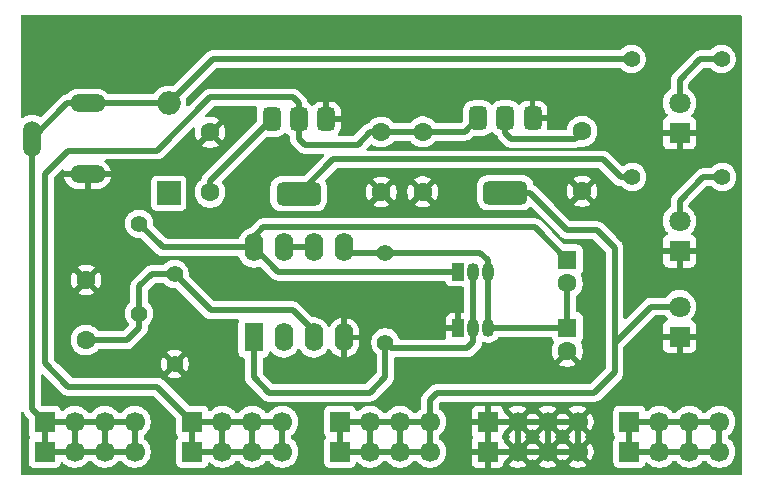
<source format=gbr>
%TF.GenerationSoftware,KiCad,Pcbnew,9.0.1*%
%TF.CreationDate,2025-08-22T12:00:28+01:00*%
%TF.ProjectId,FM_DRUM_MACHINE_POWERIN,464d5f44-5255-44d5-9f4d-414348494e45,rev?*%
%TF.SameCoordinates,Original*%
%TF.FileFunction,Copper,L1,Top*%
%TF.FilePolarity,Positive*%
%FSLAX46Y46*%
G04 Gerber Fmt 4.6, Leading zero omitted, Abs format (unit mm)*
G04 Created by KiCad (PCBNEW 9.0.1) date 2025-08-22 12:00:28*
%MOMM*%
%LPD*%
G01*
G04 APERTURE LIST*
G04 Aperture macros list*
%AMRoundRect*
0 Rectangle with rounded corners*
0 $1 Rounding radius*
0 $2 $3 $4 $5 $6 $7 $8 $9 X,Y pos of 4 corners*
0 Add a 4 corners polygon primitive as box body*
4,1,4,$2,$3,$4,$5,$6,$7,$8,$9,$2,$3,0*
0 Add four circle primitives for the rounded corners*
1,1,$1+$1,$2,$3*
1,1,$1+$1,$4,$5*
1,1,$1+$1,$6,$7*
1,1,$1+$1,$8,$9*
0 Add four rect primitives between the rounded corners*
20,1,$1+$1,$2,$3,$4,$5,0*
20,1,$1+$1,$4,$5,$6,$7,0*
20,1,$1+$1,$6,$7,$8,$9,0*
20,1,$1+$1,$8,$9,$2,$3,0*%
G04 Aperture macros list end*
%TA.AperFunction,ComponentPad*%
%ADD10C,1.397000*%
%TD*%
%TA.AperFunction,ComponentPad*%
%ADD11R,1.800000X1.800000*%
%TD*%
%TA.AperFunction,ComponentPad*%
%ADD12C,1.800000*%
%TD*%
%TA.AperFunction,ComponentPad*%
%ADD13C,1.600000*%
%TD*%
%TA.AperFunction,ComponentPad*%
%ADD14R,1.700000X1.700000*%
%TD*%
%TA.AperFunction,ComponentPad*%
%ADD15C,1.700000*%
%TD*%
%TA.AperFunction,ComponentPad*%
%ADD16O,3.016000X1.508000*%
%TD*%
%TA.AperFunction,ComponentPad*%
%ADD17O,1.508000X3.016000*%
%TD*%
%TA.AperFunction,ComponentPad*%
%ADD18R,1.050000X1.500000*%
%TD*%
%TA.AperFunction,ComponentPad*%
%ADD19O,1.050000X1.500000*%
%TD*%
%TA.AperFunction,ComponentPad*%
%ADD20R,1.600000X1.600000*%
%TD*%
%TA.AperFunction,SMDPad,CuDef*%
%ADD21RoundRect,0.375000X-0.375000X0.625000X-0.375000X-0.625000X0.375000X-0.625000X0.375000X0.625000X0*%
%TD*%
%TA.AperFunction,SMDPad,CuDef*%
%ADD22RoundRect,0.500000X-1.400000X0.500000X-1.400000X-0.500000X1.400000X-0.500000X1.400000X0.500000X0*%
%TD*%
%TA.AperFunction,ComponentPad*%
%ADD23R,2.000000X2.000000*%
%TD*%
%TA.AperFunction,ComponentPad*%
%ADD24O,2.000000X2.000000*%
%TD*%
%TA.AperFunction,ComponentPad*%
%ADD25R,1.600000X2.400000*%
%TD*%
%TA.AperFunction,ComponentPad*%
%ADD26O,1.600000X2.400000*%
%TD*%
%TA.AperFunction,Conductor*%
%ADD27C,0.500000*%
%TD*%
G04 APERTURE END LIST*
D10*
%TO.P,R5,1*%
%TO.N,Net-(D3-A)*%
X79870000Y-34250000D03*
%TO.P,R5,2*%
%TO.N,5V*%
X72250000Y-34250000D03*
%TD*%
%TO.P,R4,1*%
%TO.N,Net-(D2-A)*%
X79810000Y-24250000D03*
%TO.P,R4,2*%
%TO.N,12V*%
X72190000Y-24250000D03*
%TD*%
D11*
%TO.P,D4,1,K*%
%TO.N,GND*%
X76250000Y-47750000D03*
D12*
%TO.P,D4,2,A*%
%TO.N,3.3V*%
X76250000Y-45210000D03*
%TD*%
D11*
%TO.P,D3,1,K*%
%TO.N,GND*%
X76250000Y-40500000D03*
D12*
%TO.P,D3,2,A*%
%TO.N,Net-(D3-A)*%
X76250000Y-37960000D03*
%TD*%
D11*
%TO.P,D2,1,K*%
%TO.N,GND*%
X76250000Y-30500000D03*
D12*
%TO.P,D2,2,A*%
%TO.N,Net-(D2-A)*%
X76250000Y-27960000D03*
%TD*%
D13*
%TO.P,C5,1*%
%TO.N,GND*%
X26000000Y-42960000D03*
%TO.P,C5,2*%
%TO.N,Net-(U1A-+)*%
X26000000Y-48040000D03*
%TD*%
D10*
%TO.P,R1,1*%
%TO.N,12V*%
X30500000Y-38190000D03*
%TO.P,R1,2*%
%TO.N,Net-(U1A-+)*%
X30500000Y-45810000D03*
%TD*%
D13*
%TO.P,C4,1*%
%TO.N,GND*%
X68000000Y-35450000D03*
%TO.P,C4,2*%
%TO.N,3.3V*%
X68000000Y-30370000D03*
%TD*%
D14*
%TO.P,J5,1,Pin_1*%
%TO.N,GND*%
X60000000Y-54960000D03*
D15*
%TO.P,J5,2,Pin_2*%
X62540000Y-54960000D03*
%TO.P,J5,3,Pin_3*%
X65080000Y-54960000D03*
%TO.P,J5,4,Pin_4*%
X67620000Y-54960000D03*
%TD*%
D16*
%TO.P,J1,1*%
%TO.N,GND*%
X26125000Y-34000000D03*
%TO.P,J1,2*%
%TO.N,12V*%
X26125000Y-28000000D03*
D17*
%TO.P,J1,3*%
X21425000Y-31000000D03*
%TD*%
D14*
%TO.P,J6,1,Pin_1*%
%TO.N,VGND*%
X72000000Y-54960000D03*
D15*
%TO.P,J6,2,Pin_2*%
X74540000Y-54960000D03*
%TO.P,J6,3,Pin_3*%
X77080000Y-54960000D03*
%TO.P,J6,4,Pin_4*%
X79620000Y-54960000D03*
%TD*%
D13*
%TO.P,C1,1*%
%TO.N,GND*%
X36500000Y-30460000D03*
%TO.P,C1,2*%
%TO.N,Net-(D1-K)*%
X36500000Y-35540000D03*
%TD*%
D14*
%TO.P,J3,1,Pin_1*%
%TO.N,5V*%
X35000000Y-54960000D03*
D15*
%TO.P,J3,2,Pin_2*%
X37540000Y-54960000D03*
%TO.P,J3,3,Pin_3*%
X40080000Y-54960000D03*
%TO.P,J3,4,Pin_4*%
X42620000Y-54960000D03*
%TD*%
D18*
%TO.P,Q1,1,C*%
%TO.N,12V*%
X57460000Y-42250000D03*
D19*
%TO.P,Q1,2,B*%
%TO.N,Net-(Q1-B)*%
X58730000Y-42250000D03*
%TO.P,Q1,3,E*%
%TO.N,Net-(Q1-E)*%
X60000000Y-42250000D03*
%TD*%
D13*
%TO.P,C2,1*%
%TO.N,GND*%
X51000000Y-35500000D03*
%TO.P,C2,2*%
%TO.N,5V*%
X51000000Y-30420000D03*
%TD*%
D20*
%TO.P,C6,1*%
%TO.N,12V*%
X66750000Y-41250000D03*
D13*
%TO.P,C6,2*%
%TO.N,Net-(Q1-E)*%
X66750000Y-43250000D03*
%TD*%
D14*
%TO.P,J6,1,Pin_1*%
%TO.N,VGND*%
X72000000Y-57500000D03*
D15*
%TO.P,J6,2,Pin_2*%
X74540000Y-57500000D03*
%TO.P,J6,3,Pin_3*%
X77080000Y-57500000D03*
%TO.P,J6,4,Pin_4*%
X79620000Y-57500000D03*
%TD*%
D14*
%TO.P,J3,1,Pin_1*%
%TO.N,5V*%
X35000000Y-57500000D03*
D15*
%TO.P,J3,2,Pin_2*%
X37540000Y-57500000D03*
%TO.P,J3,3,Pin_3*%
X40080000Y-57500000D03*
%TO.P,J3,4,Pin_4*%
X42620000Y-57500000D03*
%TD*%
D21*
%TO.P,U2,1,GND*%
%TO.N,GND*%
X46300000Y-29350000D03*
%TO.P,U2,2,VO*%
%TO.N,5V*%
X44000000Y-29350000D03*
D22*
X44000000Y-35650000D03*
D21*
%TO.P,U2,3,VI*%
%TO.N,Net-(D1-K)*%
X41700000Y-29350000D03*
%TD*%
D14*
%TO.P,J4,1,Pin_1*%
%TO.N,3.3V*%
X47500000Y-57500000D03*
D15*
%TO.P,J4,2,Pin_2*%
X50040000Y-57500000D03*
%TO.P,J4,3,Pin_3*%
X52580000Y-57500000D03*
%TO.P,J4,4,Pin_4*%
X55120000Y-57500000D03*
%TD*%
D13*
%TO.P,C3,1*%
%TO.N,GND*%
X54500000Y-35490000D03*
%TO.P,C3,2*%
%TO.N,5V*%
X54500000Y-30410000D03*
%TD*%
D23*
%TO.P,D1,1,K*%
%TO.N,Net-(D1-K)*%
X33000000Y-35620000D03*
D24*
%TO.P,D1,2,A*%
%TO.N,12V*%
X33000000Y-28000000D03*
%TD*%
D10*
%TO.P,R2,1*%
%TO.N,Net-(U1A-+)*%
X33500000Y-42455000D03*
%TO.P,R2,2*%
%TO.N,GND*%
X33500000Y-50075000D03*
%TD*%
%TO.P,R3,1*%
%TO.N,Net-(Q1-B)*%
X51340000Y-48250000D03*
%TO.P,R3,2*%
%TO.N,Net-(Q1-E)*%
X51340000Y-40630000D03*
%TD*%
D14*
%TO.P,J5,1,Pin_1*%
%TO.N,GND*%
X60000000Y-57500000D03*
D15*
%TO.P,J5,2,Pin_2*%
X62540000Y-57500000D03*
%TO.P,J5,3,Pin_3*%
X65080000Y-57500000D03*
%TO.P,J5,4,Pin_4*%
X67620000Y-57500000D03*
%TD*%
D14*
%TO.P,J2,1,Pin_1*%
%TO.N,12V*%
X22500000Y-54960000D03*
D15*
%TO.P,J2,2,Pin_2*%
X25040000Y-54960000D03*
%TO.P,J2,3,Pin_3*%
X27580000Y-54960000D03*
%TO.P,J2,4,Pin_4*%
X30120000Y-54960000D03*
%TD*%
D18*
%TO.P,Q2,1,C*%
%TO.N,GND*%
X57500000Y-47000000D03*
D19*
%TO.P,Q2,2,B*%
%TO.N,Net-(Q1-B)*%
X58770000Y-47000000D03*
%TO.P,Q2,3,E*%
%TO.N,Net-(Q1-E)*%
X60040000Y-47000000D03*
%TD*%
D25*
%TO.P,U1,1*%
%TO.N,Net-(Q1-B)*%
X40200000Y-47825000D03*
D26*
%TO.P,U1,2,-*%
%TO.N,Net-(Q1-E)*%
X42740000Y-47825000D03*
%TO.P,U1,3,+*%
%TO.N,Net-(U1A-+)*%
X45280000Y-47825000D03*
%TO.P,U1,4,V-*%
%TO.N,GND*%
X47820000Y-47825000D03*
%TO.P,U1,5,+*%
%TO.N,Net-(Q1-E)*%
X47820000Y-40205000D03*
%TO.P,U1,6,-*%
%TO.N,VGND*%
X45280000Y-40205000D03*
%TO.P,U1,7*%
X42740000Y-40205000D03*
%TO.P,U1,8,V+*%
%TO.N,12V*%
X40200000Y-40205000D03*
%TD*%
D14*
%TO.P,J4,1,Pin_1*%
%TO.N,3.3V*%
X47500000Y-54960000D03*
D15*
%TO.P,J4,2,Pin_2*%
X50040000Y-54960000D03*
%TO.P,J4,3,Pin_3*%
X52580000Y-54960000D03*
%TO.P,J4,4,Pin_4*%
X55120000Y-54960000D03*
%TD*%
D21*
%TO.P,U3,1,GND*%
%TO.N,GND*%
X63800000Y-29260000D03*
%TO.P,U3,2,VO*%
%TO.N,3.3V*%
X61500000Y-29260000D03*
D22*
X61500000Y-35560000D03*
D21*
%TO.P,U3,3,VI*%
%TO.N,5V*%
X59200000Y-29260000D03*
%TD*%
D20*
%TO.P,C7,1*%
%TO.N,Net-(Q1-E)*%
X66750000Y-47000000D03*
D13*
%TO.P,C7,2*%
%TO.N,GND*%
X66750000Y-49000000D03*
%TD*%
D14*
%TO.P,J2,1,Pin_1*%
%TO.N,12V*%
X22500000Y-57500000D03*
D15*
%TO.P,J2,2,Pin_2*%
X25040000Y-57500000D03*
%TO.P,J2,3,Pin_3*%
X27580000Y-57500000D03*
%TO.P,J2,4,Pin_4*%
X30120000Y-57500000D03*
%TD*%
D27*
%TO.N,5V*%
X46900000Y-32750000D02*
X44000000Y-35650000D01*
X69750000Y-32750000D02*
X46900000Y-32750000D01*
X71250000Y-34250000D02*
X69750000Y-32750000D01*
X72250000Y-34250000D02*
X71250000Y-34250000D01*
%TO.N,12V*%
X36750000Y-24250000D02*
X33000000Y-28000000D01*
X72190000Y-24250000D02*
X36750000Y-24250000D01*
%TO.N,Net-(D2-A)*%
X78000000Y-24250000D02*
X79810000Y-24250000D01*
X76250000Y-26000000D02*
X78000000Y-24250000D01*
X76250000Y-27960000D02*
X76250000Y-26000000D01*
%TO.N,Net-(D3-A)*%
X78250000Y-34250000D02*
X79870000Y-34250000D01*
X76250000Y-36250000D02*
X78250000Y-34250000D01*
X76250000Y-37960000D02*
X76250000Y-36250000D01*
%TO.N,3.3V*%
X70750000Y-48250000D02*
X70750000Y-50750000D01*
X76250000Y-45210000D02*
X73790000Y-45210000D01*
X73790000Y-45210000D02*
X70750000Y-48250000D01*
%TO.N,12V*%
X21425000Y-31000000D02*
X21425000Y-53885000D01*
X24425000Y-28000000D02*
X26125000Y-28000000D01*
X26125000Y-28000000D02*
X33000000Y-28000000D01*
X32515000Y-40205000D02*
X40200000Y-40205000D01*
X22500000Y-54960000D02*
X30120000Y-54960000D01*
X25040000Y-57500000D02*
X25040000Y-54960000D01*
X21425000Y-31000000D02*
X24425000Y-28000000D01*
X30120000Y-57500000D02*
X30120000Y-54960000D01*
X57460000Y-42250000D02*
X42245000Y-42250000D01*
X21425000Y-53885000D02*
X22500000Y-54960000D01*
X30500000Y-38190000D02*
X32515000Y-40205000D01*
X22500000Y-57500000D02*
X22500000Y-54960000D01*
X27580000Y-57500000D02*
X27580000Y-54960000D01*
X64000000Y-38500000D02*
X41000000Y-38500000D01*
X22500000Y-57500000D02*
X30120000Y-57500000D01*
X41000000Y-38500000D02*
X40200000Y-39300000D01*
X42245000Y-42250000D02*
X40200000Y-40205000D01*
X40200000Y-39300000D02*
X40200000Y-40205000D01*
X66750000Y-41250000D02*
X64000000Y-38500000D01*
%TO.N,Net-(Q1-E)*%
X48245000Y-40630000D02*
X47820000Y-40205000D01*
X59380000Y-40630000D02*
X51340000Y-40630000D01*
X66750000Y-43250000D02*
X66750000Y-47000000D01*
X60000000Y-42250000D02*
X60000000Y-46960000D01*
X60000000Y-42250000D02*
X60000000Y-41250000D01*
X66750000Y-47000000D02*
X60040000Y-47000000D01*
X51340000Y-40630000D02*
X48245000Y-40630000D01*
X60000000Y-46960000D02*
X60040000Y-47000000D01*
X60000000Y-41250000D02*
X59380000Y-40630000D01*
%TO.N,GND*%
X60000000Y-54960000D02*
X67620000Y-54960000D01*
X67620000Y-57500000D02*
X60000000Y-57500000D01*
X60000000Y-57500000D02*
X60000000Y-54960000D01*
X62540000Y-54960000D02*
X62540000Y-57500000D01*
X65080000Y-54960000D02*
X65080000Y-57500000D01*
X67620000Y-54960000D02*
X67620000Y-57500000D01*
%TO.N,Net-(D1-K)*%
X36500000Y-34550000D02*
X41700000Y-29350000D01*
X36500000Y-35540000D02*
X36500000Y-34550000D01*
%TO.N,5V*%
X37540000Y-54960000D02*
X37540000Y-57500000D01*
X43500000Y-27500000D02*
X36500000Y-27500000D01*
X42620000Y-57500000D02*
X35000000Y-57500000D01*
X44000000Y-31000000D02*
X44000000Y-29350000D01*
X54500000Y-30410000D02*
X58050000Y-30410000D01*
X54500000Y-30410000D02*
X51010000Y-30410000D01*
X24500000Y-32000000D02*
X22500000Y-34000000D01*
X44000000Y-28000000D02*
X43500000Y-27500000D01*
X35000000Y-57500000D02*
X35000000Y-54960000D01*
X32040000Y-52000000D02*
X35000000Y-54960000D01*
X50080000Y-30420000D02*
X49000000Y-31500000D01*
X49000000Y-31500000D02*
X44500000Y-31500000D01*
X44500000Y-31500000D02*
X44000000Y-31000000D01*
X32000000Y-32000000D02*
X24500000Y-32000000D01*
X24500000Y-52000000D02*
X32040000Y-52000000D01*
X42620000Y-54960000D02*
X42620000Y-57500000D01*
X40080000Y-54960000D02*
X40080000Y-57500000D01*
X51010000Y-30410000D02*
X51000000Y-30420000D01*
X58050000Y-30410000D02*
X59200000Y-29260000D01*
X22500000Y-34000000D02*
X22500000Y-50000000D01*
X22500000Y-50000000D02*
X24500000Y-52000000D01*
X35000000Y-54960000D02*
X42620000Y-54960000D01*
X44000000Y-29350000D02*
X44000000Y-28000000D01*
X51000000Y-30420000D02*
X50080000Y-30420000D01*
X36500000Y-27500000D02*
X32000000Y-32000000D01*
%TO.N,3.3V*%
X47500000Y-57500000D02*
X47500000Y-54960000D01*
X70750000Y-40250000D02*
X69250000Y-38750000D01*
X55120000Y-57500000D02*
X47500000Y-57500000D01*
X63560000Y-35560000D02*
X61500000Y-35560000D01*
X55120000Y-54960000D02*
X55120000Y-53130000D01*
X61500000Y-29260000D02*
X61500000Y-30500000D01*
X55120000Y-54960000D02*
X55120000Y-57500000D01*
X69000000Y-52500000D02*
X70750000Y-50750000D01*
X52580000Y-57500000D02*
X52580000Y-54960000D01*
X55120000Y-53130000D02*
X55750000Y-52500000D01*
X61500000Y-30500000D02*
X62000000Y-31000000D01*
X55750000Y-52500000D02*
X69000000Y-52500000D01*
X66750000Y-38750000D02*
X63560000Y-35560000D01*
X67370000Y-31000000D02*
X68000000Y-30370000D01*
X47500000Y-54960000D02*
X55120000Y-54960000D01*
X62000000Y-31000000D02*
X67370000Y-31000000D01*
X69250000Y-38750000D02*
X66750000Y-38750000D01*
X70750000Y-50750000D02*
X70750000Y-40250000D01*
X50040000Y-54960000D02*
X50040000Y-57500000D01*
%TO.N,Net-(Q1-B)*%
X40200000Y-51200000D02*
X41500000Y-52500000D01*
X40200000Y-47825000D02*
X40200000Y-51200000D01*
X58730000Y-46960000D02*
X58770000Y-47000000D01*
X58770000Y-48230000D02*
X58250000Y-48750000D01*
X50000000Y-52500000D02*
X51340000Y-51160000D01*
X51840000Y-48750000D02*
X51340000Y-48250000D01*
X58730000Y-42250000D02*
X58730000Y-46960000D01*
X51340000Y-51160000D02*
X51340000Y-48250000D01*
X58770000Y-47000000D02*
X58770000Y-48230000D01*
X41500000Y-52500000D02*
X50000000Y-52500000D01*
X58250000Y-48750000D02*
X51840000Y-48750000D01*
%TO.N,VGND*%
X74540000Y-54960000D02*
X74540000Y-57500000D01*
X79620000Y-54960000D02*
X79620000Y-57500000D01*
X79620000Y-57500000D02*
X72000000Y-57500000D01*
X77080000Y-54960000D02*
X77080000Y-57500000D01*
X72000000Y-54960000D02*
X79620000Y-54960000D01*
X42740000Y-40205000D02*
X45280000Y-40205000D01*
X72000000Y-54960000D02*
X72000000Y-57500000D01*
%TO.N,Net-(U1A-+)*%
X30500000Y-45810000D02*
X30500000Y-47000000D01*
X30500000Y-47000000D02*
X29460000Y-48040000D01*
X33500000Y-42455000D02*
X36545000Y-45500000D01*
X36545000Y-45500000D02*
X43500000Y-45500000D01*
X31545000Y-42455000D02*
X33500000Y-42455000D01*
X45280000Y-47280000D02*
X45280000Y-47825000D01*
X30500000Y-43500000D02*
X31545000Y-42455000D01*
X43500000Y-45500000D02*
X45280000Y-47280000D01*
X29460000Y-48040000D02*
X26000000Y-48040000D01*
X30500000Y-45810000D02*
X30500000Y-43500000D01*
%TD*%
%TA.AperFunction,Conductor*%
%TO.N,GND*%
G36*
X62074075Y-55152993D02*
G01*
X62139901Y-55267007D01*
X62232993Y-55360099D01*
X62347007Y-55425925D01*
X62410590Y-55442962D01*
X61778282Y-56075269D01*
X61778282Y-56075270D01*
X61832452Y-56114626D01*
X61842048Y-56119516D01*
X61892844Y-56167491D01*
X61909638Y-56235312D01*
X61887100Y-56301447D01*
X61842051Y-56340483D01*
X61832440Y-56345380D01*
X61778282Y-56384727D01*
X61778282Y-56384728D01*
X62410591Y-57017037D01*
X62347007Y-57034075D01*
X62232993Y-57099901D01*
X62139901Y-57192993D01*
X62074075Y-57307007D01*
X62057037Y-57370591D01*
X61387642Y-56701196D01*
X61354157Y-56639873D01*
X61355077Y-56625166D01*
X61352501Y-56625444D01*
X61343596Y-56542619D01*
X61293354Y-56407913D01*
X61293352Y-56407910D01*
X61215798Y-56304312D01*
X61208829Y-56285628D01*
X61197443Y-56269259D01*
X61196869Y-56253564D01*
X61191380Y-56238848D01*
X61195618Y-56219362D01*
X61194890Y-56199436D01*
X61204182Y-56179993D01*
X61206231Y-56170574D01*
X61208369Y-56166817D01*
X61317968Y-55981739D01*
X61354319Y-55819390D01*
X61354682Y-55818734D01*
X61354642Y-55817984D01*
X61387642Y-55758802D01*
X62057037Y-55089408D01*
X62074075Y-55152993D01*
G37*
%TD.AperFunction*%
%TA.AperFunction,Conductor*%
G36*
X64614075Y-55152993D02*
G01*
X64679901Y-55267007D01*
X64772993Y-55360099D01*
X64887007Y-55425925D01*
X64950590Y-55442962D01*
X64318282Y-56075269D01*
X64318282Y-56075270D01*
X64372452Y-56114626D01*
X64382048Y-56119516D01*
X64432844Y-56167491D01*
X64449638Y-56235312D01*
X64427100Y-56301447D01*
X64382051Y-56340483D01*
X64372440Y-56345380D01*
X64318282Y-56384727D01*
X64318282Y-56384728D01*
X64950591Y-57017037D01*
X64887007Y-57034075D01*
X64772993Y-57099901D01*
X64679901Y-57192993D01*
X64614075Y-57307007D01*
X64597037Y-57370591D01*
X63964728Y-56738282D01*
X63964727Y-56738282D01*
X63925380Y-56792440D01*
X63920483Y-56802051D01*
X63872506Y-56852845D01*
X63804684Y-56869638D01*
X63738550Y-56847098D01*
X63699516Y-56802048D01*
X63694626Y-56792452D01*
X63655270Y-56738282D01*
X63655269Y-56738282D01*
X63022962Y-57370590D01*
X63005925Y-57307007D01*
X62940099Y-57192993D01*
X62847007Y-57099901D01*
X62732993Y-57034075D01*
X62669409Y-57017037D01*
X63301716Y-56384728D01*
X63247550Y-56345375D01*
X63237954Y-56340486D01*
X63187157Y-56292512D01*
X63170361Y-56224692D01*
X63191288Y-56160895D01*
X63270027Y-56043581D01*
X62669408Y-55442962D01*
X62732993Y-55425925D01*
X62847007Y-55360099D01*
X62940099Y-55267007D01*
X63005925Y-55152993D01*
X63022962Y-55089408D01*
X63655270Y-55721717D01*
X63655270Y-55721716D01*
X63694622Y-55667554D01*
X63699514Y-55657954D01*
X63747488Y-55607157D01*
X63815308Y-55590361D01*
X63881444Y-55612897D01*
X63920486Y-55657954D01*
X63925375Y-55667550D01*
X63964728Y-55721716D01*
X64597037Y-55089408D01*
X64614075Y-55152993D01*
G37*
%TD.AperFunction*%
%TA.AperFunction,Conductor*%
G36*
X67154075Y-55152993D02*
G01*
X67219901Y-55267007D01*
X67312993Y-55360099D01*
X67427007Y-55425925D01*
X67490590Y-55442962D01*
X66858282Y-56075269D01*
X66858282Y-56075270D01*
X66912452Y-56114626D01*
X66922048Y-56119516D01*
X66972844Y-56167491D01*
X66989638Y-56235312D01*
X66967100Y-56301447D01*
X66922051Y-56340483D01*
X66912440Y-56345380D01*
X66858282Y-56384727D01*
X66858282Y-56384728D01*
X67490591Y-57017037D01*
X67427007Y-57034075D01*
X67312993Y-57099901D01*
X67219901Y-57192993D01*
X67154075Y-57307007D01*
X67137037Y-57370591D01*
X66504728Y-56738282D01*
X66504727Y-56738282D01*
X66465380Y-56792440D01*
X66460483Y-56802051D01*
X66412506Y-56852845D01*
X66344684Y-56869638D01*
X66278550Y-56847098D01*
X66239516Y-56802048D01*
X66234626Y-56792452D01*
X66195270Y-56738282D01*
X66195269Y-56738282D01*
X65562962Y-57370590D01*
X65545925Y-57307007D01*
X65480099Y-57192993D01*
X65387007Y-57099901D01*
X65272993Y-57034075D01*
X65209409Y-57017037D01*
X65841716Y-56384728D01*
X65787550Y-56345375D01*
X65777954Y-56340486D01*
X65727157Y-56292512D01*
X65710361Y-56224692D01*
X65731288Y-56160895D01*
X65810027Y-56043581D01*
X65209408Y-55442962D01*
X65272993Y-55425925D01*
X65387007Y-55360099D01*
X65480099Y-55267007D01*
X65545925Y-55152993D01*
X65562962Y-55089408D01*
X66195270Y-55721717D01*
X66195270Y-55721716D01*
X66234622Y-55667554D01*
X66239514Y-55657954D01*
X66287488Y-55607157D01*
X66355308Y-55590361D01*
X66421444Y-55612897D01*
X66460486Y-55657954D01*
X66465375Y-55667550D01*
X66504728Y-55721716D01*
X67137037Y-55089408D01*
X67154075Y-55152993D01*
G37*
%TD.AperFunction*%
%TA.AperFunction,Conductor*%
G36*
X60250000Y-57066988D02*
G01*
X60192993Y-57034075D01*
X60065826Y-57000000D01*
X59934174Y-57000000D01*
X59807007Y-57034075D01*
X59750000Y-57066988D01*
X59750000Y-55393012D01*
X59807007Y-55425925D01*
X59934174Y-55460000D01*
X60065826Y-55460000D01*
X60192993Y-55425925D01*
X60250000Y-55393012D01*
X60250000Y-57066988D01*
G37*
%TD.AperFunction*%
%TA.AperFunction,Conductor*%
G36*
X81442539Y-20520185D02*
G01*
X81488294Y-20572989D01*
X81499500Y-20624500D01*
X81499500Y-59375500D01*
X81479815Y-59442539D01*
X81427011Y-59488294D01*
X81375500Y-59499500D01*
X20624500Y-59499500D01*
X20557461Y-59479815D01*
X20511706Y-59427011D01*
X20500500Y-59375500D01*
X20500500Y-54237599D01*
X20501886Y-54232878D01*
X20500867Y-54228065D01*
X20511634Y-54199679D01*
X20520185Y-54170560D01*
X20523902Y-54167338D01*
X20525648Y-54162737D01*
X20550057Y-54144675D01*
X20572989Y-54124805D01*
X20577857Y-54124105D01*
X20581813Y-54121178D01*
X20612104Y-54119180D01*
X20642147Y-54114861D01*
X20646622Y-54116904D01*
X20651532Y-54116581D01*
X20678092Y-54131276D01*
X20705703Y-54143886D01*
X20709542Y-54148677D01*
X20712668Y-54150407D01*
X20721096Y-54163098D01*
X20733661Y-54178779D01*
X20736650Y-54184327D01*
X20759916Y-54240495D01*
X20792813Y-54289729D01*
X20796079Y-54294618D01*
X20796084Y-54294626D01*
X20842046Y-54363414D01*
X20842052Y-54363421D01*
X21113181Y-54634549D01*
X21146666Y-54695872D01*
X21149500Y-54722230D01*
X21149500Y-55857870D01*
X21149501Y-55857876D01*
X21155908Y-55917483D01*
X21206202Y-56052328D01*
X21206203Y-56052330D01*
X21283578Y-56155689D01*
X21307995Y-56221153D01*
X21293144Y-56289426D01*
X21283578Y-56304311D01*
X21206203Y-56407669D01*
X21206202Y-56407671D01*
X21155908Y-56542517D01*
X21149501Y-56602116D01*
X21149500Y-56602135D01*
X21149500Y-58397870D01*
X21149501Y-58397876D01*
X21155908Y-58457483D01*
X21206202Y-58592328D01*
X21206206Y-58592335D01*
X21292452Y-58707544D01*
X21292455Y-58707547D01*
X21407664Y-58793793D01*
X21407671Y-58793797D01*
X21542517Y-58844091D01*
X21542516Y-58844091D01*
X21549444Y-58844835D01*
X21602127Y-58850500D01*
X23397872Y-58850499D01*
X23457483Y-58844091D01*
X23592331Y-58793796D01*
X23707546Y-58707546D01*
X23793796Y-58592331D01*
X23842810Y-58460916D01*
X23884681Y-58404984D01*
X23950145Y-58380566D01*
X24018418Y-58395417D01*
X24046673Y-58416569D01*
X24160213Y-58530109D01*
X24332179Y-58655048D01*
X24332181Y-58655049D01*
X24332184Y-58655051D01*
X24521588Y-58751557D01*
X24723757Y-58817246D01*
X24933713Y-58850500D01*
X24933714Y-58850500D01*
X25146286Y-58850500D01*
X25146287Y-58850500D01*
X25356243Y-58817246D01*
X25558412Y-58751557D01*
X25747816Y-58655051D01*
X25834138Y-58592335D01*
X25919786Y-58530109D01*
X25919788Y-58530106D01*
X25919792Y-58530104D01*
X26070104Y-58379792D01*
X26084927Y-58359390D01*
X26126903Y-58301615D01*
X26131234Y-58298274D01*
X26133508Y-58293297D01*
X26158610Y-58277164D01*
X26182233Y-58258949D01*
X26188904Y-58257696D01*
X26192286Y-58255523D01*
X26227221Y-58250500D01*
X26392779Y-58250500D01*
X26459818Y-58270185D01*
X26493097Y-58301615D01*
X26549892Y-58379788D01*
X26700213Y-58530109D01*
X26872179Y-58655048D01*
X26872181Y-58655049D01*
X26872184Y-58655051D01*
X27061588Y-58751557D01*
X27263757Y-58817246D01*
X27473713Y-58850500D01*
X27473714Y-58850500D01*
X27686286Y-58850500D01*
X27686287Y-58850500D01*
X27896243Y-58817246D01*
X28098412Y-58751557D01*
X28287816Y-58655051D01*
X28374138Y-58592335D01*
X28459786Y-58530109D01*
X28459788Y-58530106D01*
X28459792Y-58530104D01*
X28610104Y-58379792D01*
X28624927Y-58359390D01*
X28666903Y-58301615D01*
X28671234Y-58298274D01*
X28673508Y-58293297D01*
X28698610Y-58277164D01*
X28722233Y-58258949D01*
X28728904Y-58257696D01*
X28732286Y-58255523D01*
X28767221Y-58250500D01*
X28932779Y-58250500D01*
X28999818Y-58270185D01*
X29033097Y-58301615D01*
X29089892Y-58379788D01*
X29240213Y-58530109D01*
X29412179Y-58655048D01*
X29412181Y-58655049D01*
X29412184Y-58655051D01*
X29601588Y-58751557D01*
X29803757Y-58817246D01*
X30013713Y-58850500D01*
X30013714Y-58850500D01*
X30226286Y-58850500D01*
X30226287Y-58850500D01*
X30436243Y-58817246D01*
X30638412Y-58751557D01*
X30827816Y-58655051D01*
X30914138Y-58592335D01*
X30999786Y-58530109D01*
X30999788Y-58530106D01*
X30999792Y-58530104D01*
X31150104Y-58379792D01*
X31150106Y-58379788D01*
X31150109Y-58379786D01*
X31275048Y-58207820D01*
X31275047Y-58207820D01*
X31275051Y-58207816D01*
X31371557Y-58018412D01*
X31437246Y-57816243D01*
X31470500Y-57606287D01*
X31470500Y-57393713D01*
X31437246Y-57183757D01*
X31371557Y-56981588D01*
X31275051Y-56792184D01*
X31275049Y-56792181D01*
X31275048Y-56792179D01*
X31150109Y-56620213D01*
X30999794Y-56469898D01*
X30999788Y-56469893D01*
X30921615Y-56413097D01*
X30918274Y-56408765D01*
X30913297Y-56406492D01*
X30897164Y-56381389D01*
X30878949Y-56357767D01*
X30877696Y-56351095D01*
X30875523Y-56347714D01*
X30870500Y-56312779D01*
X30870500Y-56147220D01*
X30890185Y-56080181D01*
X30921614Y-56046902D01*
X30999792Y-55990104D01*
X31150104Y-55839792D01*
X31150106Y-55839788D01*
X31150109Y-55839786D01*
X31275048Y-55667820D01*
X31275047Y-55667820D01*
X31275051Y-55667816D01*
X31371557Y-55478412D01*
X31437246Y-55276243D01*
X31470500Y-55066287D01*
X31470500Y-54853713D01*
X31437246Y-54643757D01*
X31371557Y-54441588D01*
X31275051Y-54252184D01*
X31275049Y-54252181D01*
X31275048Y-54252179D01*
X31150109Y-54080213D01*
X30999786Y-53929890D01*
X30827820Y-53804951D01*
X30638414Y-53708444D01*
X30638413Y-53708443D01*
X30638412Y-53708443D01*
X30436243Y-53642754D01*
X30436241Y-53642753D01*
X30436240Y-53642753D01*
X30274957Y-53617208D01*
X30226287Y-53609500D01*
X30013713Y-53609500D01*
X29965042Y-53617208D01*
X29803760Y-53642753D01*
X29601585Y-53708444D01*
X29412179Y-53804951D01*
X29240213Y-53929890D01*
X29089892Y-54080211D01*
X29033097Y-54158385D01*
X29028765Y-54161725D01*
X29026492Y-54166703D01*
X29001389Y-54182835D01*
X28977767Y-54201051D01*
X28971095Y-54202303D01*
X28967714Y-54204477D01*
X28932779Y-54209500D01*
X28767221Y-54209500D01*
X28700182Y-54189815D01*
X28666903Y-54158385D01*
X28610107Y-54080211D01*
X28459786Y-53929890D01*
X28287820Y-53804951D01*
X28098414Y-53708444D01*
X28098413Y-53708443D01*
X28098412Y-53708443D01*
X27896243Y-53642754D01*
X27896241Y-53642753D01*
X27896240Y-53642753D01*
X27734957Y-53617208D01*
X27686287Y-53609500D01*
X27473713Y-53609500D01*
X27425042Y-53617208D01*
X27263760Y-53642753D01*
X27061585Y-53708444D01*
X26872179Y-53804951D01*
X26700213Y-53929890D01*
X26549892Y-54080211D01*
X26493097Y-54158385D01*
X26488765Y-54161725D01*
X26486492Y-54166703D01*
X26461389Y-54182835D01*
X26437767Y-54201051D01*
X26431095Y-54202303D01*
X26427714Y-54204477D01*
X26392779Y-54209500D01*
X26227221Y-54209500D01*
X26160182Y-54189815D01*
X26126903Y-54158385D01*
X26070107Y-54080211D01*
X25919786Y-53929890D01*
X25747820Y-53804951D01*
X25558414Y-53708444D01*
X25558413Y-53708443D01*
X25558412Y-53708443D01*
X25356243Y-53642754D01*
X25356241Y-53642753D01*
X25356240Y-53642753D01*
X25194957Y-53617208D01*
X25146287Y-53609500D01*
X24933713Y-53609500D01*
X24885042Y-53617208D01*
X24723760Y-53642753D01*
X24521585Y-53708444D01*
X24332179Y-53804951D01*
X24160215Y-53929889D01*
X24046673Y-54043431D01*
X23985350Y-54076915D01*
X23915658Y-54071931D01*
X23859725Y-54030059D01*
X23842810Y-53999082D01*
X23793797Y-53867671D01*
X23793793Y-53867664D01*
X23707547Y-53752455D01*
X23707544Y-53752452D01*
X23592335Y-53666206D01*
X23592328Y-53666202D01*
X23457482Y-53615908D01*
X23457483Y-53615908D01*
X23397883Y-53609501D01*
X23397881Y-53609500D01*
X23397873Y-53609500D01*
X23397865Y-53609500D01*
X22299500Y-53609500D01*
X22232461Y-53589815D01*
X22186706Y-53537011D01*
X22175500Y-53485500D01*
X22175500Y-51036229D01*
X22195185Y-50969190D01*
X22247989Y-50923435D01*
X22317147Y-50913491D01*
X22380703Y-50942516D01*
X22387181Y-50948548D01*
X23917049Y-52478416D01*
X24021584Y-52582951D01*
X24021585Y-52582952D01*
X24144498Y-52665080D01*
X24144511Y-52665087D01*
X24281082Y-52721656D01*
X24281087Y-52721658D01*
X24281091Y-52721658D01*
X24281092Y-52721659D01*
X24426079Y-52750500D01*
X24426082Y-52750500D01*
X24426083Y-52750500D01*
X24573917Y-52750500D01*
X31677770Y-52750500D01*
X31744809Y-52770185D01*
X31765451Y-52786819D01*
X33613181Y-54634548D01*
X33646666Y-54695871D01*
X33649500Y-54722229D01*
X33649500Y-55857870D01*
X33649501Y-55857876D01*
X33655908Y-55917483D01*
X33706202Y-56052328D01*
X33706203Y-56052330D01*
X33783578Y-56155689D01*
X33807995Y-56221153D01*
X33793144Y-56289426D01*
X33783578Y-56304311D01*
X33706203Y-56407669D01*
X33706202Y-56407671D01*
X33655908Y-56542517D01*
X33649501Y-56602116D01*
X33649500Y-56602135D01*
X33649500Y-58397870D01*
X33649501Y-58397876D01*
X33655908Y-58457483D01*
X33706202Y-58592328D01*
X33706206Y-58592335D01*
X33792452Y-58707544D01*
X33792455Y-58707547D01*
X33907664Y-58793793D01*
X33907671Y-58793797D01*
X34042517Y-58844091D01*
X34042516Y-58844091D01*
X34049444Y-58844835D01*
X34102127Y-58850500D01*
X35897872Y-58850499D01*
X35957483Y-58844091D01*
X36092331Y-58793796D01*
X36207546Y-58707546D01*
X36293796Y-58592331D01*
X36342810Y-58460916D01*
X36384681Y-58404984D01*
X36450145Y-58380566D01*
X36518418Y-58395417D01*
X36546673Y-58416569D01*
X36660213Y-58530109D01*
X36832179Y-58655048D01*
X36832181Y-58655049D01*
X36832184Y-58655051D01*
X37021588Y-58751557D01*
X37223757Y-58817246D01*
X37433713Y-58850500D01*
X37433714Y-58850500D01*
X37646286Y-58850500D01*
X37646287Y-58850500D01*
X37856243Y-58817246D01*
X38058412Y-58751557D01*
X38247816Y-58655051D01*
X38334138Y-58592335D01*
X38419786Y-58530109D01*
X38419788Y-58530106D01*
X38419792Y-58530104D01*
X38570104Y-58379792D01*
X38584927Y-58359390D01*
X38626903Y-58301615D01*
X38631234Y-58298274D01*
X38633508Y-58293297D01*
X38658610Y-58277164D01*
X38682233Y-58258949D01*
X38688904Y-58257696D01*
X38692286Y-58255523D01*
X38727221Y-58250500D01*
X38892779Y-58250500D01*
X38959818Y-58270185D01*
X38993097Y-58301615D01*
X39049892Y-58379788D01*
X39200213Y-58530109D01*
X39372179Y-58655048D01*
X39372181Y-58655049D01*
X39372184Y-58655051D01*
X39561588Y-58751557D01*
X39763757Y-58817246D01*
X39973713Y-58850500D01*
X39973714Y-58850500D01*
X40186286Y-58850500D01*
X40186287Y-58850500D01*
X40396243Y-58817246D01*
X40598412Y-58751557D01*
X40787816Y-58655051D01*
X40874138Y-58592335D01*
X40959786Y-58530109D01*
X40959788Y-58530106D01*
X40959792Y-58530104D01*
X41110104Y-58379792D01*
X41124927Y-58359390D01*
X41166903Y-58301615D01*
X41171234Y-58298274D01*
X41173508Y-58293297D01*
X41198610Y-58277164D01*
X41222233Y-58258949D01*
X41228904Y-58257696D01*
X41232286Y-58255523D01*
X41267221Y-58250500D01*
X41432779Y-58250500D01*
X41499818Y-58270185D01*
X41533097Y-58301615D01*
X41589892Y-58379788D01*
X41740213Y-58530109D01*
X41912179Y-58655048D01*
X41912181Y-58655049D01*
X41912184Y-58655051D01*
X42101588Y-58751557D01*
X42303757Y-58817246D01*
X42513713Y-58850500D01*
X42513714Y-58850500D01*
X42726286Y-58850500D01*
X42726287Y-58850500D01*
X42936243Y-58817246D01*
X43138412Y-58751557D01*
X43327816Y-58655051D01*
X43414138Y-58592335D01*
X43499786Y-58530109D01*
X43499788Y-58530106D01*
X43499792Y-58530104D01*
X43650104Y-58379792D01*
X43650106Y-58379788D01*
X43650109Y-58379786D01*
X43775048Y-58207820D01*
X43775047Y-58207820D01*
X43775051Y-58207816D01*
X43871557Y-58018412D01*
X43937246Y-57816243D01*
X43970500Y-57606287D01*
X43970500Y-57393713D01*
X43937246Y-57183757D01*
X43871557Y-56981588D01*
X43775051Y-56792184D01*
X43775049Y-56792181D01*
X43775048Y-56792179D01*
X43650109Y-56620213D01*
X43499794Y-56469898D01*
X43499788Y-56469893D01*
X43421615Y-56413097D01*
X43418274Y-56408765D01*
X43413297Y-56406492D01*
X43397164Y-56381389D01*
X43378949Y-56357767D01*
X43377696Y-56351095D01*
X43375523Y-56347714D01*
X43370500Y-56312779D01*
X43370500Y-56147220D01*
X43390185Y-56080181D01*
X43421614Y-56046902D01*
X43499792Y-55990104D01*
X43650104Y-55839792D01*
X43650106Y-55839788D01*
X43650109Y-55839786D01*
X43775048Y-55667820D01*
X43775047Y-55667820D01*
X43775051Y-55667816D01*
X43871557Y-55478412D01*
X43937246Y-55276243D01*
X43970500Y-55066287D01*
X43970500Y-54853713D01*
X43937246Y-54643757D01*
X43871557Y-54441588D01*
X43775051Y-54252184D01*
X43757528Y-54228065D01*
X43687511Y-54131694D01*
X43687508Y-54131691D01*
X43687206Y-54131276D01*
X43650104Y-54080208D01*
X43632031Y-54062135D01*
X46149500Y-54062135D01*
X46149500Y-55857870D01*
X46149501Y-55857876D01*
X46155908Y-55917483D01*
X46206202Y-56052328D01*
X46206203Y-56052330D01*
X46283578Y-56155689D01*
X46307995Y-56221153D01*
X46293144Y-56289426D01*
X46283578Y-56304311D01*
X46206203Y-56407669D01*
X46206202Y-56407671D01*
X46155908Y-56542517D01*
X46149501Y-56602116D01*
X46149500Y-56602135D01*
X46149500Y-58397870D01*
X46149501Y-58397876D01*
X46155908Y-58457483D01*
X46206202Y-58592328D01*
X46206206Y-58592335D01*
X46292452Y-58707544D01*
X46292455Y-58707547D01*
X46407664Y-58793793D01*
X46407671Y-58793797D01*
X46542517Y-58844091D01*
X46542516Y-58844091D01*
X46549444Y-58844835D01*
X46602127Y-58850500D01*
X48397872Y-58850499D01*
X48457483Y-58844091D01*
X48592331Y-58793796D01*
X48707546Y-58707546D01*
X48793796Y-58592331D01*
X48842810Y-58460916D01*
X48884681Y-58404984D01*
X48950145Y-58380566D01*
X49018418Y-58395417D01*
X49046673Y-58416569D01*
X49160213Y-58530109D01*
X49332179Y-58655048D01*
X49332181Y-58655049D01*
X49332184Y-58655051D01*
X49521588Y-58751557D01*
X49723757Y-58817246D01*
X49933713Y-58850500D01*
X49933714Y-58850500D01*
X50146286Y-58850500D01*
X50146287Y-58850500D01*
X50356243Y-58817246D01*
X50558412Y-58751557D01*
X50747816Y-58655051D01*
X50834138Y-58592335D01*
X50919786Y-58530109D01*
X50919788Y-58530106D01*
X50919792Y-58530104D01*
X51070104Y-58379792D01*
X51084927Y-58359390D01*
X51126903Y-58301615D01*
X51131234Y-58298274D01*
X51133508Y-58293297D01*
X51158610Y-58277164D01*
X51182233Y-58258949D01*
X51188904Y-58257696D01*
X51192286Y-58255523D01*
X51227221Y-58250500D01*
X51392779Y-58250500D01*
X51459818Y-58270185D01*
X51493097Y-58301615D01*
X51549892Y-58379788D01*
X51700213Y-58530109D01*
X51872179Y-58655048D01*
X51872181Y-58655049D01*
X51872184Y-58655051D01*
X52061588Y-58751557D01*
X52263757Y-58817246D01*
X52473713Y-58850500D01*
X52473714Y-58850500D01*
X52686286Y-58850500D01*
X52686287Y-58850500D01*
X52896243Y-58817246D01*
X53098412Y-58751557D01*
X53287816Y-58655051D01*
X53374138Y-58592335D01*
X53459786Y-58530109D01*
X53459788Y-58530106D01*
X53459792Y-58530104D01*
X53610104Y-58379792D01*
X53624927Y-58359390D01*
X53666903Y-58301615D01*
X53671234Y-58298274D01*
X53673508Y-58293297D01*
X53698610Y-58277164D01*
X53722233Y-58258949D01*
X53728904Y-58257696D01*
X53732286Y-58255523D01*
X53767221Y-58250500D01*
X53932779Y-58250500D01*
X53999818Y-58270185D01*
X54033097Y-58301615D01*
X54089892Y-58379788D01*
X54240213Y-58530109D01*
X54412179Y-58655048D01*
X54412181Y-58655049D01*
X54412184Y-58655051D01*
X54601588Y-58751557D01*
X54803757Y-58817246D01*
X55013713Y-58850500D01*
X55013714Y-58850500D01*
X55226286Y-58850500D01*
X55226287Y-58850500D01*
X55436243Y-58817246D01*
X55638412Y-58751557D01*
X55827816Y-58655051D01*
X55914138Y-58592335D01*
X55999786Y-58530109D01*
X55999788Y-58530106D01*
X55999792Y-58530104D01*
X56150104Y-58379792D01*
X56150106Y-58379788D01*
X56150109Y-58379786D01*
X56275048Y-58207820D01*
X56275047Y-58207820D01*
X56275051Y-58207816D01*
X56371557Y-58018412D01*
X56437246Y-57816243D01*
X56470500Y-57606287D01*
X56470500Y-57393713D01*
X56437246Y-57183757D01*
X56371557Y-56981588D01*
X56275051Y-56792184D01*
X56275049Y-56792181D01*
X56275048Y-56792179D01*
X56150109Y-56620213D01*
X55999794Y-56469898D01*
X55999788Y-56469893D01*
X55921615Y-56413097D01*
X55918274Y-56408765D01*
X55913297Y-56406492D01*
X55897164Y-56381389D01*
X55878949Y-56357767D01*
X55877696Y-56351095D01*
X55875523Y-56347714D01*
X55870500Y-56312779D01*
X55870500Y-56147220D01*
X55890185Y-56080181D01*
X55921614Y-56046902D01*
X55999792Y-55990104D01*
X56150104Y-55839792D01*
X56150106Y-55839788D01*
X56150109Y-55839786D01*
X56275048Y-55667820D01*
X56275047Y-55667820D01*
X56275051Y-55667816D01*
X56371557Y-55478412D01*
X56437246Y-55276243D01*
X56470500Y-55066287D01*
X56470500Y-54853713D01*
X56437246Y-54643757D01*
X56371557Y-54441588D01*
X56275051Y-54252184D01*
X56275049Y-54252181D01*
X56275048Y-54252179D01*
X56187542Y-54131736D01*
X56150109Y-54080214D01*
X56150105Y-54080209D01*
X56132051Y-54062155D01*
X58650000Y-54062155D01*
X58650000Y-54710000D01*
X59566988Y-54710000D01*
X59534075Y-54767007D01*
X59500000Y-54894174D01*
X59500000Y-55025826D01*
X59534075Y-55152993D01*
X59566988Y-55210000D01*
X58650000Y-55210000D01*
X58650000Y-55857844D01*
X58656401Y-55917372D01*
X58656403Y-55917379D01*
X58706645Y-56052086D01*
X58706647Y-56052088D01*
X58784202Y-56155689D01*
X58808619Y-56221153D01*
X58793768Y-56289426D01*
X58784202Y-56304311D01*
X58706647Y-56407911D01*
X58706645Y-56407913D01*
X58656403Y-56542620D01*
X58656401Y-56542627D01*
X58650000Y-56602155D01*
X58650000Y-57250000D01*
X59566988Y-57250000D01*
X59534075Y-57307007D01*
X59500000Y-57434174D01*
X59500000Y-57565826D01*
X59534075Y-57692993D01*
X59566988Y-57750000D01*
X58650000Y-57750000D01*
X58650000Y-58397844D01*
X58656401Y-58457372D01*
X58656403Y-58457379D01*
X58706645Y-58592086D01*
X58706649Y-58592093D01*
X58792809Y-58707187D01*
X58792812Y-58707190D01*
X58907906Y-58793350D01*
X58907913Y-58793354D01*
X59042620Y-58843596D01*
X59042627Y-58843598D01*
X59102155Y-58849999D01*
X59102172Y-58850000D01*
X59750000Y-58850000D01*
X59750000Y-57933012D01*
X59807007Y-57965925D01*
X59934174Y-58000000D01*
X60065826Y-58000000D01*
X60192993Y-57965925D01*
X60250000Y-57933012D01*
X60250000Y-58850000D01*
X60897828Y-58850000D01*
X60897844Y-58849999D01*
X60957372Y-58843598D01*
X60957379Y-58843596D01*
X61092086Y-58793354D01*
X61092093Y-58793350D01*
X61207187Y-58707190D01*
X61207190Y-58707187D01*
X61293350Y-58592093D01*
X61293354Y-58592086D01*
X61315529Y-58532632D01*
X61354319Y-58359390D01*
X61354682Y-58358734D01*
X61354642Y-58357984D01*
X61387642Y-58298802D01*
X62057037Y-57629408D01*
X62074075Y-57692993D01*
X62139901Y-57807007D01*
X62232993Y-57900099D01*
X62347007Y-57965925D01*
X62410590Y-57982962D01*
X61778282Y-58615269D01*
X61778282Y-58615270D01*
X61832449Y-58654624D01*
X62021782Y-58751095D01*
X62223870Y-58816757D01*
X62433754Y-58850000D01*
X62646246Y-58850000D01*
X62856127Y-58816757D01*
X62856130Y-58816757D01*
X63058217Y-58751095D01*
X63247554Y-58654622D01*
X63301716Y-58615270D01*
X63301717Y-58615270D01*
X62669408Y-57982962D01*
X62732993Y-57965925D01*
X62847007Y-57900099D01*
X62940099Y-57807007D01*
X63005925Y-57692993D01*
X63022962Y-57629408D01*
X63655270Y-58261717D01*
X63655270Y-58261716D01*
X63694622Y-58207554D01*
X63699514Y-58197954D01*
X63747488Y-58147157D01*
X63815308Y-58130361D01*
X63881444Y-58152897D01*
X63920486Y-58197954D01*
X63925375Y-58207550D01*
X63964728Y-58261716D01*
X64597037Y-57629408D01*
X64614075Y-57692993D01*
X64679901Y-57807007D01*
X64772993Y-57900099D01*
X64887007Y-57965925D01*
X64950590Y-57982962D01*
X64318282Y-58615269D01*
X64318282Y-58615270D01*
X64372449Y-58654624D01*
X64561782Y-58751095D01*
X64763870Y-58816757D01*
X64973754Y-58850000D01*
X65186246Y-58850000D01*
X65396127Y-58816757D01*
X65396130Y-58816757D01*
X65598217Y-58751095D01*
X65787554Y-58654622D01*
X65841716Y-58615270D01*
X65841717Y-58615270D01*
X65209408Y-57982962D01*
X65272993Y-57965925D01*
X65387007Y-57900099D01*
X65480099Y-57807007D01*
X65545925Y-57692993D01*
X65562962Y-57629408D01*
X66195270Y-58261717D01*
X66195270Y-58261716D01*
X66234622Y-58207554D01*
X66239514Y-58197954D01*
X66287488Y-58147157D01*
X66355308Y-58130361D01*
X66421444Y-58152897D01*
X66460486Y-58197954D01*
X66465375Y-58207550D01*
X66504728Y-58261716D01*
X67137037Y-57629408D01*
X67154075Y-57692993D01*
X67219901Y-57807007D01*
X67312993Y-57900099D01*
X67427007Y-57965925D01*
X67490590Y-57982962D01*
X66858282Y-58615269D01*
X66858282Y-58615270D01*
X66912449Y-58654624D01*
X67101782Y-58751095D01*
X67303870Y-58816757D01*
X67513754Y-58850000D01*
X67726246Y-58850000D01*
X67936127Y-58816757D01*
X67936130Y-58816757D01*
X68138217Y-58751095D01*
X68327554Y-58654622D01*
X68381716Y-58615270D01*
X68381717Y-58615270D01*
X67749408Y-57982962D01*
X67812993Y-57965925D01*
X67927007Y-57900099D01*
X68020099Y-57807007D01*
X68085925Y-57692993D01*
X68102962Y-57629408D01*
X68735270Y-58261717D01*
X68735270Y-58261716D01*
X68774622Y-58207554D01*
X68871095Y-58018217D01*
X68936757Y-57816130D01*
X68936757Y-57816127D01*
X68970000Y-57606246D01*
X68970000Y-57393753D01*
X68936757Y-57183872D01*
X68936757Y-57183869D01*
X68871095Y-56981782D01*
X68774624Y-56792449D01*
X68735270Y-56738282D01*
X68735269Y-56738282D01*
X68102962Y-57370590D01*
X68085925Y-57307007D01*
X68020099Y-57192993D01*
X67927007Y-57099901D01*
X67812993Y-57034075D01*
X67749409Y-57017037D01*
X68381716Y-56384728D01*
X68327550Y-56345375D01*
X68317954Y-56340486D01*
X68267157Y-56292512D01*
X68250361Y-56224692D01*
X68272897Y-56158556D01*
X68317954Y-56119514D01*
X68327554Y-56114622D01*
X68381716Y-56075270D01*
X68381717Y-56075270D01*
X67749408Y-55442962D01*
X67812993Y-55425925D01*
X67927007Y-55360099D01*
X68020099Y-55267007D01*
X68085925Y-55152993D01*
X68102962Y-55089408D01*
X68735270Y-55721717D01*
X68735270Y-55721716D01*
X68774622Y-55667554D01*
X68871095Y-55478217D01*
X68936757Y-55276130D01*
X68936757Y-55276127D01*
X68970000Y-55066246D01*
X68970000Y-54853753D01*
X68936757Y-54643872D01*
X68936757Y-54643869D01*
X68871095Y-54441782D01*
X68774624Y-54252449D01*
X68735270Y-54198282D01*
X68735269Y-54198282D01*
X68102962Y-54830590D01*
X68085925Y-54767007D01*
X68020099Y-54652993D01*
X67927007Y-54559901D01*
X67812993Y-54494075D01*
X67749409Y-54477037D01*
X68164310Y-54062135D01*
X70649500Y-54062135D01*
X70649500Y-55857870D01*
X70649501Y-55857876D01*
X70655908Y-55917483D01*
X70706202Y-56052328D01*
X70706203Y-56052330D01*
X70783578Y-56155689D01*
X70807995Y-56221153D01*
X70793144Y-56289426D01*
X70783578Y-56304311D01*
X70706203Y-56407669D01*
X70706202Y-56407671D01*
X70655908Y-56542517D01*
X70649501Y-56602116D01*
X70649500Y-56602135D01*
X70649500Y-58397870D01*
X70649501Y-58397876D01*
X70655908Y-58457483D01*
X70706202Y-58592328D01*
X70706206Y-58592335D01*
X70792452Y-58707544D01*
X70792455Y-58707547D01*
X70907664Y-58793793D01*
X70907671Y-58793797D01*
X71042517Y-58844091D01*
X71042516Y-58844091D01*
X71049444Y-58844835D01*
X71102127Y-58850500D01*
X72897872Y-58850499D01*
X72957483Y-58844091D01*
X73092331Y-58793796D01*
X73207546Y-58707546D01*
X73293796Y-58592331D01*
X73342810Y-58460916D01*
X73384681Y-58404984D01*
X73450145Y-58380566D01*
X73518418Y-58395417D01*
X73546673Y-58416569D01*
X73660213Y-58530109D01*
X73832179Y-58655048D01*
X73832181Y-58655049D01*
X73832184Y-58655051D01*
X74021588Y-58751557D01*
X74223757Y-58817246D01*
X74433713Y-58850500D01*
X74433714Y-58850500D01*
X74646286Y-58850500D01*
X74646287Y-58850500D01*
X74856243Y-58817246D01*
X75058412Y-58751557D01*
X75247816Y-58655051D01*
X75334138Y-58592335D01*
X75419786Y-58530109D01*
X75419788Y-58530106D01*
X75419792Y-58530104D01*
X75570104Y-58379792D01*
X75584927Y-58359390D01*
X75626903Y-58301615D01*
X75631234Y-58298274D01*
X75633508Y-58293297D01*
X75658610Y-58277164D01*
X75682233Y-58258949D01*
X75688904Y-58257696D01*
X75692286Y-58255523D01*
X75727221Y-58250500D01*
X75892779Y-58250500D01*
X75959818Y-58270185D01*
X75993097Y-58301615D01*
X76049892Y-58379788D01*
X76200213Y-58530109D01*
X76372179Y-58655048D01*
X76372181Y-58655049D01*
X76372184Y-58655051D01*
X76561588Y-58751557D01*
X76763757Y-58817246D01*
X76973713Y-58850500D01*
X76973714Y-58850500D01*
X77186286Y-58850500D01*
X77186287Y-58850500D01*
X77396243Y-58817246D01*
X77598412Y-58751557D01*
X77787816Y-58655051D01*
X77874138Y-58592335D01*
X77959786Y-58530109D01*
X77959788Y-58530106D01*
X77959792Y-58530104D01*
X78110104Y-58379792D01*
X78124927Y-58359390D01*
X78166903Y-58301615D01*
X78171234Y-58298274D01*
X78173508Y-58293297D01*
X78198610Y-58277164D01*
X78222233Y-58258949D01*
X78228904Y-58257696D01*
X78232286Y-58255523D01*
X78267221Y-58250500D01*
X78432779Y-58250500D01*
X78499818Y-58270185D01*
X78533097Y-58301615D01*
X78589892Y-58379788D01*
X78740213Y-58530109D01*
X78912179Y-58655048D01*
X78912181Y-58655049D01*
X78912184Y-58655051D01*
X79101588Y-58751557D01*
X79303757Y-58817246D01*
X79513713Y-58850500D01*
X79513714Y-58850500D01*
X79726286Y-58850500D01*
X79726287Y-58850500D01*
X79936243Y-58817246D01*
X80138412Y-58751557D01*
X80327816Y-58655051D01*
X80414138Y-58592335D01*
X80499786Y-58530109D01*
X80499788Y-58530106D01*
X80499792Y-58530104D01*
X80650104Y-58379792D01*
X80650106Y-58379788D01*
X80650109Y-58379786D01*
X80775048Y-58207820D01*
X80775047Y-58207820D01*
X80775051Y-58207816D01*
X80871557Y-58018412D01*
X80937246Y-57816243D01*
X80970500Y-57606287D01*
X80970500Y-57393713D01*
X80937246Y-57183757D01*
X80871557Y-56981588D01*
X80775051Y-56792184D01*
X80775049Y-56792181D01*
X80775048Y-56792179D01*
X80650109Y-56620213D01*
X80499794Y-56469898D01*
X80499788Y-56469893D01*
X80421615Y-56413097D01*
X80418274Y-56408765D01*
X80413297Y-56406492D01*
X80397164Y-56381389D01*
X80378949Y-56357767D01*
X80377696Y-56351095D01*
X80375523Y-56347714D01*
X80370500Y-56312779D01*
X80370500Y-56147220D01*
X80390185Y-56080181D01*
X80421614Y-56046902D01*
X80499792Y-55990104D01*
X80650104Y-55839792D01*
X80650106Y-55839788D01*
X80650109Y-55839786D01*
X80775048Y-55667820D01*
X80775047Y-55667820D01*
X80775051Y-55667816D01*
X80871557Y-55478412D01*
X80937246Y-55276243D01*
X80970500Y-55066287D01*
X80970500Y-54853713D01*
X80937246Y-54643757D01*
X80871557Y-54441588D01*
X80775051Y-54252184D01*
X80775049Y-54252181D01*
X80775048Y-54252179D01*
X80650109Y-54080213D01*
X80499786Y-53929890D01*
X80327820Y-53804951D01*
X80138414Y-53708444D01*
X80138413Y-53708443D01*
X80138412Y-53708443D01*
X79936243Y-53642754D01*
X79936241Y-53642753D01*
X79936240Y-53642753D01*
X79774957Y-53617208D01*
X79726287Y-53609500D01*
X79513713Y-53609500D01*
X79465042Y-53617208D01*
X79303760Y-53642753D01*
X79101585Y-53708444D01*
X78912179Y-53804951D01*
X78740213Y-53929890D01*
X78589892Y-54080211D01*
X78533097Y-54158385D01*
X78528765Y-54161725D01*
X78526492Y-54166703D01*
X78501389Y-54182835D01*
X78477767Y-54201051D01*
X78471095Y-54202303D01*
X78467714Y-54204477D01*
X78432779Y-54209500D01*
X78267221Y-54209500D01*
X78200182Y-54189815D01*
X78166903Y-54158385D01*
X78110107Y-54080211D01*
X77959786Y-53929890D01*
X77787820Y-53804951D01*
X77598414Y-53708444D01*
X77598413Y-53708443D01*
X77598412Y-53708443D01*
X77396243Y-53642754D01*
X77396241Y-53642753D01*
X77396240Y-53642753D01*
X77234957Y-53617208D01*
X77186287Y-53609500D01*
X76973713Y-53609500D01*
X76925042Y-53617208D01*
X76763760Y-53642753D01*
X76561585Y-53708444D01*
X76372179Y-53804951D01*
X76200213Y-53929890D01*
X76049892Y-54080211D01*
X75993097Y-54158385D01*
X75988765Y-54161725D01*
X75986492Y-54166703D01*
X75961389Y-54182835D01*
X75937767Y-54201051D01*
X75931095Y-54202303D01*
X75927714Y-54204477D01*
X75892779Y-54209500D01*
X75727221Y-54209500D01*
X75660182Y-54189815D01*
X75626903Y-54158385D01*
X75570107Y-54080211D01*
X75419786Y-53929890D01*
X75247820Y-53804951D01*
X75058414Y-53708444D01*
X75058413Y-53708443D01*
X75058412Y-53708443D01*
X74856243Y-53642754D01*
X74856241Y-53642753D01*
X74856240Y-53642753D01*
X74694957Y-53617208D01*
X74646287Y-53609500D01*
X74433713Y-53609500D01*
X74385042Y-53617208D01*
X74223760Y-53642753D01*
X74021585Y-53708444D01*
X73832179Y-53804951D01*
X73660215Y-53929889D01*
X73546673Y-54043431D01*
X73485350Y-54076915D01*
X73415658Y-54071931D01*
X73359725Y-54030059D01*
X73342810Y-53999082D01*
X73293797Y-53867671D01*
X73293793Y-53867664D01*
X73207547Y-53752455D01*
X73207544Y-53752452D01*
X73092335Y-53666206D01*
X73092328Y-53666202D01*
X72957482Y-53615908D01*
X72957483Y-53615908D01*
X72897883Y-53609501D01*
X72897881Y-53609500D01*
X72897873Y-53609500D01*
X72897864Y-53609500D01*
X71102129Y-53609500D01*
X71102123Y-53609501D01*
X71042516Y-53615908D01*
X70907671Y-53666202D01*
X70907664Y-53666206D01*
X70792455Y-53752452D01*
X70792452Y-53752455D01*
X70706206Y-53867664D01*
X70706202Y-53867671D01*
X70655908Y-54002517D01*
X70649501Y-54062116D01*
X70649500Y-54062135D01*
X68164310Y-54062135D01*
X68255320Y-53971125D01*
X68381716Y-53844728D01*
X68327550Y-53805375D01*
X68138217Y-53708904D01*
X67936129Y-53643242D01*
X67726246Y-53610000D01*
X67513754Y-53610000D01*
X67303872Y-53643242D01*
X67303869Y-53643242D01*
X67101782Y-53708904D01*
X66912439Y-53805380D01*
X66858282Y-53844727D01*
X66858282Y-53844728D01*
X67490591Y-54477037D01*
X67427007Y-54494075D01*
X67312993Y-54559901D01*
X67219901Y-54652993D01*
X67154075Y-54767007D01*
X67137037Y-54830591D01*
X66504728Y-54198282D01*
X66504727Y-54198282D01*
X66465380Y-54252440D01*
X66460483Y-54262051D01*
X66412506Y-54312845D01*
X66344684Y-54329638D01*
X66278550Y-54307098D01*
X66239516Y-54262048D01*
X66234626Y-54252452D01*
X66195270Y-54198282D01*
X66195269Y-54198282D01*
X65562962Y-54830590D01*
X65545925Y-54767007D01*
X65480099Y-54652993D01*
X65387007Y-54559901D01*
X65272993Y-54494075D01*
X65209409Y-54477037D01*
X65841716Y-53844728D01*
X65787550Y-53805375D01*
X65598217Y-53708904D01*
X65396129Y-53643242D01*
X65186246Y-53610000D01*
X64973754Y-53610000D01*
X64763872Y-53643242D01*
X64763869Y-53643242D01*
X64561782Y-53708904D01*
X64372439Y-53805380D01*
X64318282Y-53844727D01*
X64318282Y-53844728D01*
X64950591Y-54477037D01*
X64887007Y-54494075D01*
X64772993Y-54559901D01*
X64679901Y-54652993D01*
X64614075Y-54767007D01*
X64597037Y-54830591D01*
X63964728Y-54198282D01*
X63964727Y-54198282D01*
X63925380Y-54252440D01*
X63920483Y-54262051D01*
X63872506Y-54312845D01*
X63804684Y-54329638D01*
X63738550Y-54307098D01*
X63699516Y-54262048D01*
X63694626Y-54252452D01*
X63655270Y-54198282D01*
X63655269Y-54198282D01*
X63022962Y-54830590D01*
X63005925Y-54767007D01*
X62940099Y-54652993D01*
X62847007Y-54559901D01*
X62732993Y-54494075D01*
X62669409Y-54477037D01*
X63301716Y-53844728D01*
X63247550Y-53805375D01*
X63058217Y-53708904D01*
X62856129Y-53643242D01*
X62646246Y-53610000D01*
X62433754Y-53610000D01*
X62223872Y-53643242D01*
X62223869Y-53643242D01*
X62021782Y-53708904D01*
X61832439Y-53805380D01*
X61778282Y-53844727D01*
X61778282Y-53844728D01*
X62410591Y-54477037D01*
X62347007Y-54494075D01*
X62232993Y-54559901D01*
X62139901Y-54652993D01*
X62074075Y-54767007D01*
X62057037Y-54830591D01*
X61387642Y-54161196D01*
X61354319Y-54100609D01*
X61315527Y-53927364D01*
X61293354Y-53867913D01*
X61293350Y-53867906D01*
X61207190Y-53752812D01*
X61207187Y-53752809D01*
X61092093Y-53666649D01*
X61092086Y-53666645D01*
X60957379Y-53616403D01*
X60957372Y-53616401D01*
X60897844Y-53610000D01*
X60250000Y-53610000D01*
X60250000Y-54526988D01*
X60192993Y-54494075D01*
X60065826Y-54460000D01*
X59934174Y-54460000D01*
X59807007Y-54494075D01*
X59750000Y-54526988D01*
X59750000Y-53610000D01*
X59102155Y-53610000D01*
X59042627Y-53616401D01*
X59042620Y-53616403D01*
X58907913Y-53666645D01*
X58907906Y-53666649D01*
X58792812Y-53752809D01*
X58792809Y-53752812D01*
X58706649Y-53867906D01*
X58706645Y-53867913D01*
X58656403Y-54002620D01*
X58656401Y-54002627D01*
X58650000Y-54062155D01*
X56132051Y-54062155D01*
X55999794Y-53929898D01*
X55999788Y-53929893D01*
X55921615Y-53873097D01*
X55878949Y-53817767D01*
X55870500Y-53772779D01*
X55870500Y-53492229D01*
X55879144Y-53462788D01*
X55885668Y-53432802D01*
X55889422Y-53427786D01*
X55890185Y-53425190D01*
X55906819Y-53404548D01*
X56024548Y-53286819D01*
X56085871Y-53253334D01*
X56112229Y-53250500D01*
X69073920Y-53250500D01*
X69171462Y-53231096D01*
X69218913Y-53221658D01*
X69355495Y-53165084D01*
X69404729Y-53132186D01*
X69478416Y-53082952D01*
X71332952Y-51228416D01*
X71382186Y-51154729D01*
X71415084Y-51105495D01*
X71466615Y-50981088D01*
X71471659Y-50968912D01*
X71500500Y-50823917D01*
X71500500Y-50676082D01*
X71500500Y-48612229D01*
X71520185Y-48545190D01*
X71536819Y-48524548D01*
X74064548Y-45996819D01*
X74125871Y-45963334D01*
X74152229Y-45960500D01*
X75000976Y-45960500D01*
X75002811Y-45961038D01*
X75004661Y-45960555D01*
X75036196Y-45970842D01*
X75068015Y-45980185D01*
X75069843Y-45981817D01*
X75071086Y-45982223D01*
X75079866Y-45990766D01*
X75097061Y-46006118D01*
X75099247Y-46008798D01*
X75181758Y-46122365D01*
X75236757Y-46177364D01*
X75240720Y-46182222D01*
X75251946Y-46208872D01*
X75265801Y-46234246D01*
X75265341Y-46240673D01*
X75267843Y-46246612D01*
X75262879Y-46275096D01*
X75260817Y-46303938D01*
X75256954Y-46309096D01*
X75255849Y-46315444D01*
X75236274Y-46336722D01*
X75218945Y-46359871D01*
X75210976Y-46364222D01*
X75208545Y-46366865D01*
X75203920Y-46368074D01*
X75187969Y-46376785D01*
X75107918Y-46406643D01*
X75107906Y-46406649D01*
X74992812Y-46492809D01*
X74992809Y-46492812D01*
X74906649Y-46607906D01*
X74906645Y-46607913D01*
X74856403Y-46742620D01*
X74856401Y-46742627D01*
X74850000Y-46802155D01*
X74850000Y-47500000D01*
X75874722Y-47500000D01*
X75830667Y-47576306D01*
X75800000Y-47690756D01*
X75800000Y-47809244D01*
X75830667Y-47923694D01*
X75874722Y-48000000D01*
X74850000Y-48000000D01*
X74850000Y-48697844D01*
X74856401Y-48757372D01*
X74856403Y-48757379D01*
X74906645Y-48892086D01*
X74906649Y-48892093D01*
X74992809Y-49007187D01*
X74992812Y-49007190D01*
X75107906Y-49093350D01*
X75107913Y-49093354D01*
X75242620Y-49143596D01*
X75242627Y-49143598D01*
X75302155Y-49149999D01*
X75302172Y-49150000D01*
X76000000Y-49150000D01*
X76000000Y-48125277D01*
X76076306Y-48169333D01*
X76190756Y-48200000D01*
X76309244Y-48200000D01*
X76423694Y-48169333D01*
X76500000Y-48125277D01*
X76500000Y-49150000D01*
X77197828Y-49150000D01*
X77197844Y-49149999D01*
X77257372Y-49143598D01*
X77257379Y-49143596D01*
X77392086Y-49093354D01*
X77392093Y-49093350D01*
X77507187Y-49007190D01*
X77507190Y-49007187D01*
X77593350Y-48892093D01*
X77593354Y-48892086D01*
X77643596Y-48757379D01*
X77643598Y-48757372D01*
X77649999Y-48697844D01*
X77650000Y-48697827D01*
X77650000Y-48000000D01*
X76625278Y-48000000D01*
X76669333Y-47923694D01*
X76700000Y-47809244D01*
X76700000Y-47690756D01*
X76669333Y-47576306D01*
X76625278Y-47500000D01*
X77650000Y-47500000D01*
X77650000Y-46802172D01*
X77649999Y-46802155D01*
X77643598Y-46742627D01*
X77643596Y-46742620D01*
X77593354Y-46607913D01*
X77593350Y-46607906D01*
X77507190Y-46492812D01*
X77507187Y-46492809D01*
X77392093Y-46406649D01*
X77392087Y-46406646D01*
X77312030Y-46376786D01*
X77256097Y-46334914D01*
X77231680Y-46269450D01*
X77246532Y-46201177D01*
X77267681Y-46172925D01*
X77318242Y-46122365D01*
X77447815Y-45944022D01*
X77547895Y-45747606D01*
X77616015Y-45537951D01*
X77650500Y-45320222D01*
X77650500Y-45099778D01*
X77616015Y-44882049D01*
X77566552Y-44729815D01*
X77547896Y-44672396D01*
X77547895Y-44672393D01*
X77513237Y-44604375D01*
X77447815Y-44475978D01*
X77429705Y-44451051D01*
X77318247Y-44297641D01*
X77318243Y-44297636D01*
X77162363Y-44141756D01*
X77162358Y-44141752D01*
X76984025Y-44012187D01*
X76984024Y-44012186D01*
X76984022Y-44012185D01*
X76921096Y-43980122D01*
X76787606Y-43912104D01*
X76787603Y-43912103D01*
X76577952Y-43843985D01*
X76469086Y-43826742D01*
X76360222Y-43809500D01*
X76139778Y-43809500D01*
X76067201Y-43820995D01*
X75922047Y-43843985D01*
X75712396Y-43912103D01*
X75712393Y-43912104D01*
X75515974Y-44012187D01*
X75337641Y-44141752D01*
X75337636Y-44141756D01*
X75181754Y-44297638D01*
X75101295Y-44408384D01*
X75045965Y-44451051D01*
X75000976Y-44459500D01*
X73716080Y-44459500D01*
X73571092Y-44488340D01*
X73571082Y-44488343D01*
X73434511Y-44544912D01*
X73434498Y-44544919D01*
X73311584Y-44627048D01*
X73311580Y-44627051D01*
X71712181Y-46226451D01*
X71650858Y-46259936D01*
X71581166Y-46254952D01*
X71525233Y-46213080D01*
X71500816Y-46147616D01*
X71500500Y-46138770D01*
X71500500Y-40176079D01*
X71471659Y-40031092D01*
X71471658Y-40031091D01*
X71471658Y-40031087D01*
X71453019Y-39986088D01*
X71415087Y-39894511D01*
X71415080Y-39894498D01*
X71332952Y-39771585D01*
X71316867Y-39755500D01*
X71228416Y-39667049D01*
X70862522Y-39301155D01*
X69728421Y-38167052D01*
X69728414Y-38167046D01*
X69652239Y-38116148D01*
X69652140Y-38116083D01*
X69605495Y-38084916D01*
X69605494Y-38084915D01*
X69605492Y-38084914D01*
X69468917Y-38028343D01*
X69468907Y-38028340D01*
X69323920Y-37999500D01*
X69323918Y-37999500D01*
X67112229Y-37999500D01*
X67082788Y-37990855D01*
X67052802Y-37984332D01*
X67047786Y-37980577D01*
X67045190Y-37979815D01*
X67024548Y-37963181D01*
X66993954Y-37932587D01*
X66911145Y-37849778D01*
X74849500Y-37849778D01*
X74849500Y-38070222D01*
X74853525Y-38095637D01*
X74883985Y-38287952D01*
X74952103Y-38497603D01*
X74952104Y-38497606D01*
X75004166Y-38599780D01*
X75051519Y-38692715D01*
X75052187Y-38694025D01*
X75181752Y-38872358D01*
X75181756Y-38872363D01*
X75232316Y-38922923D01*
X75265801Y-38984246D01*
X75260817Y-39053938D01*
X75218945Y-39109871D01*
X75187969Y-39126785D01*
X75107918Y-39156643D01*
X75107906Y-39156649D01*
X74992812Y-39242809D01*
X74992809Y-39242812D01*
X74906649Y-39357906D01*
X74906645Y-39357913D01*
X74856403Y-39492620D01*
X74856401Y-39492627D01*
X74850000Y-39552155D01*
X74850000Y-40250000D01*
X75874722Y-40250000D01*
X75830667Y-40326306D01*
X75800000Y-40440756D01*
X75800000Y-40559244D01*
X75830667Y-40673694D01*
X75874722Y-40750000D01*
X74850000Y-40750000D01*
X74850000Y-41447844D01*
X74856401Y-41507372D01*
X74856403Y-41507379D01*
X74906645Y-41642086D01*
X74906649Y-41642093D01*
X74992809Y-41757187D01*
X74992812Y-41757190D01*
X75107906Y-41843350D01*
X75107913Y-41843354D01*
X75242620Y-41893596D01*
X75242627Y-41893598D01*
X75302155Y-41899999D01*
X75302172Y-41900000D01*
X76000000Y-41900000D01*
X76000000Y-40875277D01*
X76076306Y-40919333D01*
X76190756Y-40950000D01*
X76309244Y-40950000D01*
X76423694Y-40919333D01*
X76500000Y-40875277D01*
X76500000Y-41900000D01*
X77197828Y-41900000D01*
X77197844Y-41899999D01*
X77257372Y-41893598D01*
X77257379Y-41893596D01*
X77392086Y-41843354D01*
X77392093Y-41843350D01*
X77507187Y-41757190D01*
X77507190Y-41757187D01*
X77593350Y-41642093D01*
X77593354Y-41642086D01*
X77643596Y-41507379D01*
X77643598Y-41507372D01*
X77649999Y-41447844D01*
X77650000Y-41447827D01*
X77650000Y-40750000D01*
X76625278Y-40750000D01*
X76669333Y-40673694D01*
X76700000Y-40559244D01*
X76700000Y-40440756D01*
X76669333Y-40326306D01*
X76625278Y-40250000D01*
X77650000Y-40250000D01*
X77650000Y-39552172D01*
X77649999Y-39552155D01*
X77643598Y-39492627D01*
X77643596Y-39492620D01*
X77593354Y-39357913D01*
X77593350Y-39357906D01*
X77507190Y-39242812D01*
X77507187Y-39242809D01*
X77392093Y-39156649D01*
X77392087Y-39156646D01*
X77312030Y-39126786D01*
X77256097Y-39084914D01*
X77231680Y-39019450D01*
X77246532Y-38951177D01*
X77267681Y-38922925D01*
X77318242Y-38872365D01*
X77447815Y-38694022D01*
X77547895Y-38497606D01*
X77616015Y-38287951D01*
X77650500Y-38070222D01*
X77650500Y-37849778D01*
X77616015Y-37632049D01*
X77547895Y-37422394D01*
X77547895Y-37422393D01*
X77513237Y-37354375D01*
X77447815Y-37225978D01*
X77403166Y-37164523D01*
X77318247Y-37047641D01*
X77318243Y-37047636D01*
X77162367Y-36891760D01*
X77162365Y-36891758D01*
X77051613Y-36811291D01*
X77048273Y-36806960D01*
X77043297Y-36804688D01*
X77027166Y-36779588D01*
X77008949Y-36755963D01*
X77007696Y-36749291D01*
X77005523Y-36745910D01*
X77000500Y-36710975D01*
X77000500Y-36612229D01*
X77020185Y-36545190D01*
X77036819Y-36524548D01*
X78524548Y-35036819D01*
X78585871Y-35003334D01*
X78612229Y-35000500D01*
X78873496Y-35000500D01*
X78940535Y-35020185D01*
X78961177Y-35036819D01*
X79088904Y-35164546D01*
X79241587Y-35275477D01*
X79409744Y-35361157D01*
X79589233Y-35419477D01*
X79658812Y-35430497D01*
X79775632Y-35449000D01*
X79775637Y-35449000D01*
X79964368Y-35449000D01*
X80081188Y-35430497D01*
X80150767Y-35419477D01*
X80330256Y-35361157D01*
X80498413Y-35275477D01*
X80651096Y-35164546D01*
X80784546Y-35031096D01*
X80895477Y-34878413D01*
X80981157Y-34710256D01*
X81039477Y-34530767D01*
X81052598Y-34447920D01*
X81069000Y-34344368D01*
X81069000Y-34155631D01*
X81039477Y-33969236D01*
X81039477Y-33969233D01*
X80981157Y-33789744D01*
X80895477Y-33621587D01*
X80784546Y-33468904D01*
X80651096Y-33335454D01*
X80498413Y-33224523D01*
X80330256Y-33138843D01*
X80150767Y-33080523D01*
X80150765Y-33080522D01*
X80150763Y-33080522D01*
X79964368Y-33051000D01*
X79964363Y-33051000D01*
X79775637Y-33051000D01*
X79775632Y-33051000D01*
X79589236Y-33080522D01*
X79409741Y-33138844D01*
X79241586Y-33224523D01*
X79188446Y-33263132D01*
X79088904Y-33335454D01*
X79088902Y-33335456D01*
X79088901Y-33335456D01*
X78961177Y-33463181D01*
X78899854Y-33496666D01*
X78873496Y-33499500D01*
X78176080Y-33499500D01*
X78031092Y-33528340D01*
X78031082Y-33528343D01*
X77894511Y-33584912D01*
X77894504Y-33584916D01*
X77872336Y-33599729D01*
X77839623Y-33621587D01*
X77839622Y-33621588D01*
X77771581Y-33667050D01*
X77771580Y-33667051D01*
X75667052Y-35771578D01*
X75667049Y-35771581D01*
X75618304Y-35844533D01*
X75618305Y-35844534D01*
X75584918Y-35894501D01*
X75584914Y-35894508D01*
X75528342Y-36031086D01*
X75528340Y-36031092D01*
X75499500Y-36176079D01*
X75499500Y-36710975D01*
X75479815Y-36778014D01*
X75448387Y-36811291D01*
X75379820Y-36861109D01*
X75337632Y-36891760D01*
X75181756Y-37047636D01*
X75181752Y-37047641D01*
X75052187Y-37225974D01*
X74952104Y-37422393D01*
X74952103Y-37422396D01*
X74883985Y-37632047D01*
X74860815Y-37778340D01*
X74849500Y-37849778D01*
X66911145Y-37849778D01*
X65631264Y-36569896D01*
X64491866Y-35430497D01*
X64409051Y-35347682D01*
X66700000Y-35347682D01*
X66700000Y-35552317D01*
X66732009Y-35754417D01*
X66795244Y-35949031D01*
X66888141Y-36131350D01*
X66888147Y-36131359D01*
X66920523Y-36175921D01*
X66920524Y-36175922D01*
X67600000Y-35496446D01*
X67600000Y-35502661D01*
X67627259Y-35604394D01*
X67679920Y-35695606D01*
X67754394Y-35770080D01*
X67845606Y-35822741D01*
X67947339Y-35850000D01*
X67953553Y-35850000D01*
X67274076Y-36529474D01*
X67318650Y-36561859D01*
X67500968Y-36654755D01*
X67695582Y-36717990D01*
X67897683Y-36750000D01*
X68102317Y-36750000D01*
X68304417Y-36717990D01*
X68499031Y-36654755D01*
X68681349Y-36561859D01*
X68725921Y-36529474D01*
X68046447Y-35850000D01*
X68052661Y-35850000D01*
X68154394Y-35822741D01*
X68245606Y-35770080D01*
X68320080Y-35695606D01*
X68372741Y-35604394D01*
X68400000Y-35502661D01*
X68400000Y-35496447D01*
X69079474Y-36175921D01*
X69111859Y-36131349D01*
X69204755Y-35949031D01*
X69267990Y-35754417D01*
X69300000Y-35552317D01*
X69300000Y-35347682D01*
X69267990Y-35145582D01*
X69204755Y-34950968D01*
X69111859Y-34768650D01*
X69079474Y-34724077D01*
X69079474Y-34724076D01*
X68400000Y-35403551D01*
X68400000Y-35397339D01*
X68372741Y-35295606D01*
X68320080Y-35204394D01*
X68245606Y-35129920D01*
X68154394Y-35077259D01*
X68052661Y-35050000D01*
X68046446Y-35050000D01*
X68725922Y-34370524D01*
X68725921Y-34370523D01*
X68681359Y-34338147D01*
X68681350Y-34338141D01*
X68499031Y-34245244D01*
X68304417Y-34182009D01*
X68102317Y-34150000D01*
X67897683Y-34150000D01*
X67695582Y-34182009D01*
X67500968Y-34245244D01*
X67318644Y-34338143D01*
X67274077Y-34370523D01*
X67274077Y-34370524D01*
X67953554Y-35050000D01*
X67947339Y-35050000D01*
X67845606Y-35077259D01*
X67754394Y-35129920D01*
X67679920Y-35204394D01*
X67627259Y-35295606D01*
X67600000Y-35397339D01*
X67600000Y-35403553D01*
X66920524Y-34724077D01*
X66920523Y-34724077D01*
X66888143Y-34768644D01*
X66795244Y-34950968D01*
X66732009Y-35145582D01*
X66700000Y-35347682D01*
X64409051Y-35347682D01*
X64038420Y-34977051D01*
X64031733Y-34972583D01*
X63953838Y-34920536D01*
X63953838Y-34920535D01*
X63938009Y-34909959D01*
X63926010Y-34901942D01*
X63881205Y-34848333D01*
X63875687Y-34832962D01*
X63833909Y-34686951D01*
X63739698Y-34506593D01*
X63684494Y-34438891D01*
X63611109Y-34348890D01*
X63483996Y-34245244D01*
X63453407Y-34220302D01*
X63273049Y-34126091D01*
X63273048Y-34126090D01*
X63273045Y-34126089D01*
X63155829Y-34092550D01*
X63077418Y-34070114D01*
X63077415Y-34070113D01*
X63077413Y-34070113D01*
X63011102Y-34064217D01*
X62958037Y-34059500D01*
X62958032Y-34059500D01*
X60041971Y-34059500D01*
X60041965Y-34059500D01*
X60041964Y-34059501D01*
X60030316Y-34060536D01*
X59922584Y-34070113D01*
X59726954Y-34126089D01*
X59681179Y-34150000D01*
X59546593Y-34220302D01*
X59546591Y-34220303D01*
X59546590Y-34220304D01*
X59388890Y-34348890D01*
X59260304Y-34506590D01*
X59260303Y-34506591D01*
X59260302Y-34506593D01*
X59213997Y-34595240D01*
X59166089Y-34686954D01*
X59110114Y-34882583D01*
X59110113Y-34882586D01*
X59104034Y-34950968D01*
X59099589Y-35000968D01*
X59099500Y-35001966D01*
X59099500Y-36118028D01*
X59099501Y-36118034D01*
X59110113Y-36237415D01*
X59166089Y-36433045D01*
X59166090Y-36433048D01*
X59166091Y-36433049D01*
X59260302Y-36613407D01*
X59260304Y-36613409D01*
X59388890Y-36771109D01*
X59473992Y-36840500D01*
X59546593Y-36899698D01*
X59726951Y-36993909D01*
X59922582Y-37049886D01*
X60041963Y-37060500D01*
X62958036Y-37060499D01*
X63077418Y-37049886D01*
X63273049Y-36993909D01*
X63453407Y-36899698D01*
X63578618Y-36797601D01*
X63643011Y-36770494D01*
X63711841Y-36782503D01*
X63744657Y-36806024D01*
X66167049Y-39228416D01*
X66221777Y-39283144D01*
X66271585Y-39332952D01*
X66394498Y-39415080D01*
X66394511Y-39415087D01*
X66531082Y-39471656D01*
X66531087Y-39471658D01*
X66531091Y-39471658D01*
X66531092Y-39471659D01*
X66676079Y-39500500D01*
X66676082Y-39500500D01*
X68887770Y-39500500D01*
X68954809Y-39520185D01*
X68975451Y-39536819D01*
X69963181Y-40524548D01*
X69996666Y-40585871D01*
X69999500Y-40612229D01*
X69999500Y-50387770D01*
X69979815Y-50454809D01*
X69963181Y-50475451D01*
X68725451Y-51713181D01*
X68664128Y-51746666D01*
X68637770Y-51749500D01*
X55676076Y-51749500D01*
X55647242Y-51755234D01*
X55647243Y-51755235D01*
X55531093Y-51778339D01*
X55531083Y-51778342D01*
X55451081Y-51811479D01*
X55451082Y-51811480D01*
X55394505Y-51834915D01*
X55312372Y-51889795D01*
X55271585Y-51917047D01*
X55271581Y-51917050D01*
X54537052Y-52651578D01*
X54537051Y-52651579D01*
X54492063Y-52718911D01*
X54492062Y-52718912D01*
X54454919Y-52774499D01*
X54454912Y-52774511D01*
X54398343Y-52911082D01*
X54398340Y-52911092D01*
X54369500Y-53056079D01*
X54369500Y-53772779D01*
X54349815Y-53839818D01*
X54318385Y-53873097D01*
X54240211Y-53929893D01*
X54240205Y-53929898D01*
X54089892Y-54080211D01*
X54033097Y-54158385D01*
X54028765Y-54161725D01*
X54026492Y-54166703D01*
X54001389Y-54182835D01*
X53977767Y-54201051D01*
X53971095Y-54202303D01*
X53967714Y-54204477D01*
X53932779Y-54209500D01*
X53767221Y-54209500D01*
X53700182Y-54189815D01*
X53666903Y-54158385D01*
X53610107Y-54080211D01*
X53459786Y-53929890D01*
X53287820Y-53804951D01*
X53098414Y-53708444D01*
X53098413Y-53708443D01*
X53098412Y-53708443D01*
X52896243Y-53642754D01*
X52896241Y-53642753D01*
X52896240Y-53642753D01*
X52734957Y-53617208D01*
X52686287Y-53609500D01*
X52473713Y-53609500D01*
X52425042Y-53617208D01*
X52263760Y-53642753D01*
X52061585Y-53708444D01*
X51872179Y-53804951D01*
X51700213Y-53929890D01*
X51549892Y-54080211D01*
X51493097Y-54158385D01*
X51488765Y-54161725D01*
X51486492Y-54166703D01*
X51461389Y-54182835D01*
X51437767Y-54201051D01*
X51431095Y-54202303D01*
X51427714Y-54204477D01*
X51392779Y-54209500D01*
X51227221Y-54209500D01*
X51160182Y-54189815D01*
X51126903Y-54158385D01*
X51070107Y-54080211D01*
X50919786Y-53929890D01*
X50747820Y-53804951D01*
X50558414Y-53708444D01*
X50558413Y-53708443D01*
X50558412Y-53708443D01*
X50356243Y-53642754D01*
X50356241Y-53642753D01*
X50356240Y-53642753D01*
X50194957Y-53617208D01*
X50146287Y-53609500D01*
X49933713Y-53609500D01*
X49885042Y-53617208D01*
X49723760Y-53642753D01*
X49521585Y-53708444D01*
X49332179Y-53804951D01*
X49160215Y-53929889D01*
X49046673Y-54043431D01*
X48985350Y-54076915D01*
X48915658Y-54071931D01*
X48859725Y-54030059D01*
X48842810Y-53999082D01*
X48793797Y-53867671D01*
X48793793Y-53867664D01*
X48707547Y-53752455D01*
X48707544Y-53752452D01*
X48592335Y-53666206D01*
X48592328Y-53666202D01*
X48457482Y-53615908D01*
X48457483Y-53615908D01*
X48397883Y-53609501D01*
X48397881Y-53609500D01*
X48397873Y-53609500D01*
X48397864Y-53609500D01*
X46602129Y-53609500D01*
X46602123Y-53609501D01*
X46542516Y-53615908D01*
X46407671Y-53666202D01*
X46407664Y-53666206D01*
X46292455Y-53752452D01*
X46292452Y-53752455D01*
X46206206Y-53867664D01*
X46206202Y-53867671D01*
X46155908Y-54002517D01*
X46149501Y-54062116D01*
X46149500Y-54062135D01*
X43632031Y-54062135D01*
X43499792Y-53929896D01*
X43499786Y-53929890D01*
X43327820Y-53804951D01*
X43138414Y-53708444D01*
X43138413Y-53708443D01*
X43138412Y-53708443D01*
X42936243Y-53642754D01*
X42936241Y-53642753D01*
X42936240Y-53642753D01*
X42774957Y-53617208D01*
X42726287Y-53609500D01*
X42513713Y-53609500D01*
X42465042Y-53617208D01*
X42303760Y-53642753D01*
X42101585Y-53708444D01*
X41912179Y-53804951D01*
X41740213Y-53929890D01*
X41589892Y-54080211D01*
X41533097Y-54158385D01*
X41528765Y-54161725D01*
X41526492Y-54166703D01*
X41501389Y-54182835D01*
X41477767Y-54201051D01*
X41471095Y-54202303D01*
X41467714Y-54204477D01*
X41432779Y-54209500D01*
X41267221Y-54209500D01*
X41200182Y-54189815D01*
X41166903Y-54158385D01*
X41110107Y-54080211D01*
X40959786Y-53929890D01*
X40787820Y-53804951D01*
X40598414Y-53708444D01*
X40598413Y-53708443D01*
X40598412Y-53708443D01*
X40396243Y-53642754D01*
X40396241Y-53642753D01*
X40396240Y-53642753D01*
X40234957Y-53617208D01*
X40186287Y-53609500D01*
X39973713Y-53609500D01*
X39925042Y-53617208D01*
X39763760Y-53642753D01*
X39561585Y-53708444D01*
X39372179Y-53804951D01*
X39200213Y-53929890D01*
X39049892Y-54080211D01*
X38993097Y-54158385D01*
X38988765Y-54161725D01*
X38986492Y-54166703D01*
X38961389Y-54182835D01*
X38937767Y-54201051D01*
X38931095Y-54202303D01*
X38927714Y-54204477D01*
X38892779Y-54209500D01*
X38727221Y-54209500D01*
X38660182Y-54189815D01*
X38626903Y-54158385D01*
X38570107Y-54080211D01*
X38419786Y-53929890D01*
X38247820Y-53804951D01*
X38058414Y-53708444D01*
X38058413Y-53708443D01*
X38058412Y-53708443D01*
X37856243Y-53642754D01*
X37856241Y-53642753D01*
X37856240Y-53642753D01*
X37694957Y-53617208D01*
X37646287Y-53609500D01*
X37433713Y-53609500D01*
X37385042Y-53617208D01*
X37223760Y-53642753D01*
X37021585Y-53708444D01*
X36832179Y-53804951D01*
X36660215Y-53929889D01*
X36546673Y-54043431D01*
X36485350Y-54076915D01*
X36415658Y-54071931D01*
X36359725Y-54030059D01*
X36342810Y-53999082D01*
X36293797Y-53867671D01*
X36293793Y-53867664D01*
X36207547Y-53752455D01*
X36207544Y-53752452D01*
X36092335Y-53666206D01*
X36092328Y-53666202D01*
X35957482Y-53615908D01*
X35957483Y-53615908D01*
X35897883Y-53609501D01*
X35897881Y-53609500D01*
X35897873Y-53609500D01*
X35897865Y-53609500D01*
X34762229Y-53609500D01*
X34695190Y-53589815D01*
X34674548Y-53573181D01*
X32518421Y-51417052D01*
X32518414Y-51417046D01*
X32444729Y-51367812D01*
X32444729Y-51367813D01*
X32395491Y-51334913D01*
X32258917Y-51278343D01*
X32258907Y-51278340D01*
X32113920Y-51249500D01*
X32113918Y-51249500D01*
X24862229Y-51249500D01*
X24832788Y-51240855D01*
X24802802Y-51234332D01*
X24797786Y-51230577D01*
X24795190Y-51229815D01*
X24774548Y-51213181D01*
X24683597Y-51122230D01*
X23624853Y-50063485D01*
X23542044Y-49980676D01*
X32301500Y-49980676D01*
X32301500Y-50169323D01*
X32331011Y-50355650D01*
X32389304Y-50535061D01*
X32389305Y-50535063D01*
X32474952Y-50703153D01*
X32493189Y-50728255D01*
X32493190Y-50728255D01*
X33093600Y-50127845D01*
X33093600Y-50128504D01*
X33121295Y-50231865D01*
X33174799Y-50324536D01*
X33250464Y-50400201D01*
X33343135Y-50453705D01*
X33446496Y-50481400D01*
X33447153Y-50481400D01*
X32846743Y-51081808D01*
X32846743Y-51081809D01*
X32871844Y-51100046D01*
X33039935Y-51185694D01*
X33039938Y-51185695D01*
X33219349Y-51243988D01*
X33405677Y-51273500D01*
X33594323Y-51273500D01*
X33780650Y-51243988D01*
X33960061Y-51185695D01*
X33960064Y-51185694D01*
X34128151Y-51100048D01*
X34153255Y-51081808D01*
X34153256Y-51081808D01*
X33552848Y-50481400D01*
X33553504Y-50481400D01*
X33656865Y-50453705D01*
X33749536Y-50400201D01*
X33825201Y-50324536D01*
X33878705Y-50231865D01*
X33906400Y-50128504D01*
X33906400Y-50127847D01*
X34506808Y-50728256D01*
X34506808Y-50728255D01*
X34525048Y-50703151D01*
X34610694Y-50535064D01*
X34610695Y-50535061D01*
X34668988Y-50355650D01*
X34698500Y-50169323D01*
X34698500Y-49980676D01*
X34668988Y-49794349D01*
X34610695Y-49614938D01*
X34610694Y-49614935D01*
X34525046Y-49446844D01*
X34506809Y-49421743D01*
X34506808Y-49421743D01*
X33906400Y-50022151D01*
X33906400Y-50021496D01*
X33878705Y-49918135D01*
X33825201Y-49825464D01*
X33749536Y-49749799D01*
X33656865Y-49696295D01*
X33553504Y-49668600D01*
X33552847Y-49668600D01*
X34153255Y-49068190D01*
X34153255Y-49068189D01*
X34128153Y-49049952D01*
X33960063Y-48964305D01*
X33960061Y-48964304D01*
X33780650Y-48906011D01*
X33594323Y-48876500D01*
X33405677Y-48876500D01*
X33219349Y-48906011D01*
X33039938Y-48964304D01*
X33039936Y-48964305D01*
X32871844Y-49049953D01*
X32871839Y-49049957D01*
X32846743Y-49068188D01*
X32846743Y-49068191D01*
X33447154Y-49668600D01*
X33446496Y-49668600D01*
X33343135Y-49696295D01*
X33250464Y-49749799D01*
X33174799Y-49825464D01*
X33121295Y-49918135D01*
X33093600Y-50021496D01*
X33093600Y-50022152D01*
X32493191Y-49421743D01*
X32493188Y-49421743D01*
X32474957Y-49446839D01*
X32474953Y-49446844D01*
X32389305Y-49614936D01*
X32389304Y-49614938D01*
X32331011Y-49794349D01*
X32301500Y-49980676D01*
X23542044Y-49980676D01*
X23286819Y-49725451D01*
X23253334Y-49664128D01*
X23250500Y-49637770D01*
X23250500Y-47937648D01*
X24699500Y-47937648D01*
X24699500Y-48142351D01*
X24731522Y-48344534D01*
X24794781Y-48539223D01*
X24858691Y-48664653D01*
X24880990Y-48708416D01*
X24887715Y-48721613D01*
X25008028Y-48887213D01*
X25152786Y-49031971D01*
X25291132Y-49132483D01*
X25318390Y-49152287D01*
X25434607Y-49211503D01*
X25500776Y-49245218D01*
X25500778Y-49245218D01*
X25500781Y-49245220D01*
X25568832Y-49267331D01*
X25695465Y-49308477D01*
X25768723Y-49320080D01*
X25897648Y-49340500D01*
X25897649Y-49340500D01*
X26102351Y-49340500D01*
X26102352Y-49340500D01*
X26304534Y-49308477D01*
X26499219Y-49245220D01*
X26681610Y-49152287D01*
X26791818Y-49072217D01*
X26847213Y-49031971D01*
X26847215Y-49031968D01*
X26847219Y-49031966D01*
X26991966Y-48887219D01*
X26999754Y-48876500D01*
X27025100Y-48841615D01*
X27080429Y-48798949D01*
X27125418Y-48790500D01*
X29533920Y-48790500D01*
X29645442Y-48768316D01*
X29678913Y-48761658D01*
X29815495Y-48705084D01*
X29864729Y-48672186D01*
X29938416Y-48622952D01*
X31082951Y-47478416D01*
X31109678Y-47438416D01*
X31165084Y-47355495D01*
X31221658Y-47218913D01*
X31248384Y-47084557D01*
X31250500Y-47073920D01*
X31250500Y-46806504D01*
X31270185Y-46739465D01*
X31286819Y-46718823D01*
X31331645Y-46673997D01*
X31414546Y-46591096D01*
X31525477Y-46438413D01*
X31611157Y-46270256D01*
X31669477Y-46090767D01*
X31686409Y-45983861D01*
X31699000Y-45904368D01*
X31699000Y-45715631D01*
X31670858Y-45537952D01*
X31669477Y-45529233D01*
X31611157Y-45349744D01*
X31525477Y-45181587D01*
X31414546Y-45028904D01*
X31286818Y-44901176D01*
X31253334Y-44839853D01*
X31250500Y-44813495D01*
X31250500Y-43862229D01*
X31270185Y-43795190D01*
X31286819Y-43774548D01*
X31819548Y-43241819D01*
X31880871Y-43208334D01*
X31907229Y-43205500D01*
X32503496Y-43205500D01*
X32570535Y-43225185D01*
X32591177Y-43241819D01*
X32718904Y-43369546D01*
X32871587Y-43480477D01*
X33039744Y-43566157D01*
X33219233Y-43624477D01*
X33289134Y-43635548D01*
X33405632Y-43654000D01*
X33586271Y-43654000D01*
X33653310Y-43673685D01*
X33673952Y-43690319D01*
X35962049Y-45978416D01*
X36018857Y-46035224D01*
X36066585Y-46082952D01*
X36189498Y-46165080D01*
X36189511Y-46165087D01*
X36322072Y-46219995D01*
X36326087Y-46221658D01*
X36326091Y-46221658D01*
X36326092Y-46221659D01*
X36471079Y-46250500D01*
X36471082Y-46250500D01*
X38826906Y-46250500D01*
X38893945Y-46270185D01*
X38939700Y-46322989D01*
X38949644Y-46392147D01*
X38943088Y-46417833D01*
X38905908Y-46517517D01*
X38899501Y-46577116D01*
X38899500Y-46577135D01*
X38899500Y-49072870D01*
X38899501Y-49072876D01*
X38905908Y-49132483D01*
X38956202Y-49267328D01*
X38956206Y-49267335D01*
X39042452Y-49382544D01*
X39042455Y-49382547D01*
X39157664Y-49468793D01*
X39157671Y-49468797D01*
X39292516Y-49519091D01*
X39338757Y-49524063D01*
X39403307Y-49550801D01*
X39443155Y-49608194D01*
X39449500Y-49647351D01*
X39449500Y-51273918D01*
X39449500Y-51273920D01*
X39449499Y-51273920D01*
X39478340Y-51418907D01*
X39478343Y-51418917D01*
X39534914Y-51555492D01*
X39567812Y-51604727D01*
X39567813Y-51604730D01*
X39617046Y-51678414D01*
X39617052Y-51678421D01*
X40603713Y-52665080D01*
X40917048Y-52978415D01*
X40917049Y-52978416D01*
X41021584Y-53082951D01*
X41021587Y-53082953D01*
X41021588Y-53082954D01*
X41144503Y-53165083D01*
X41144506Y-53165085D01*
X41194665Y-53185861D01*
X41201080Y-53188518D01*
X41281088Y-53221659D01*
X41397241Y-53244763D01*
X41420380Y-53249365D01*
X41426081Y-53250500D01*
X41426082Y-53250500D01*
X50073920Y-53250500D01*
X50171462Y-53231096D01*
X50218913Y-53221658D01*
X50355495Y-53165084D01*
X50404729Y-53132186D01*
X50478416Y-53082952D01*
X51922951Y-51638416D01*
X52005084Y-51515495D01*
X52061658Y-51378913D01*
X52081663Y-51278343D01*
X52090500Y-51233920D01*
X52090500Y-49624500D01*
X52110185Y-49557461D01*
X52162989Y-49511706D01*
X52214500Y-49500500D01*
X58323920Y-49500500D01*
X58421462Y-49481096D01*
X58468913Y-49471658D01*
X58605495Y-49415084D01*
X58686203Y-49361157D01*
X58728416Y-49332952D01*
X59352952Y-48708416D01*
X59421721Y-48605494D01*
X59435084Y-48585495D01*
X59491658Y-48448913D01*
X59515846Y-48327317D01*
X59520500Y-48303920D01*
X59521097Y-48297858D01*
X59522665Y-48298012D01*
X59540185Y-48238349D01*
X59592989Y-48192594D01*
X59662147Y-48182650D01*
X59691947Y-48190825D01*
X59740873Y-48211091D01*
X59938992Y-48250499D01*
X59938996Y-48250500D01*
X59938997Y-48250500D01*
X60141004Y-48250500D01*
X60141005Y-48250499D01*
X60339127Y-48211091D01*
X60525756Y-48133786D01*
X60693718Y-48021558D01*
X60836558Y-47878718D01*
X60885408Y-47805608D01*
X60939018Y-47760805D01*
X60988509Y-47750500D01*
X65327649Y-47750500D01*
X65394688Y-47770185D01*
X65440443Y-47822989D01*
X65450939Y-47861248D01*
X65455908Y-47907483D01*
X65506202Y-48042328D01*
X65506206Y-48042335D01*
X65574664Y-48133782D01*
X65592454Y-48157546D01*
X65601385Y-48164231D01*
X65643254Y-48220163D01*
X65648239Y-48289854D01*
X65637558Y-48319791D01*
X65545245Y-48500965D01*
X65482009Y-48695582D01*
X65450000Y-48897682D01*
X65450000Y-49102317D01*
X65482009Y-49304417D01*
X65545244Y-49499031D01*
X65638141Y-49681350D01*
X65638147Y-49681359D01*
X65670523Y-49725921D01*
X65670524Y-49725922D01*
X66350000Y-49046446D01*
X66350000Y-49052661D01*
X66377259Y-49154394D01*
X66429920Y-49245606D01*
X66504394Y-49320080D01*
X66595606Y-49372741D01*
X66697339Y-49400000D01*
X66703553Y-49400000D01*
X66024076Y-50079474D01*
X66068650Y-50111859D01*
X66250968Y-50204755D01*
X66445582Y-50267990D01*
X66647683Y-50300000D01*
X66852317Y-50300000D01*
X67054417Y-50267990D01*
X67249031Y-50204755D01*
X67431349Y-50111859D01*
X67475921Y-50079474D01*
X66796447Y-49400000D01*
X66802661Y-49400000D01*
X66904394Y-49372741D01*
X66995606Y-49320080D01*
X67070080Y-49245606D01*
X67122741Y-49154394D01*
X67150000Y-49052661D01*
X67150000Y-49046447D01*
X67829474Y-49725921D01*
X67861859Y-49681349D01*
X67954755Y-49499031D01*
X68017990Y-49304417D01*
X68050000Y-49102317D01*
X68050000Y-48897682D01*
X68017990Y-48695582D01*
X67954755Y-48500968D01*
X67862441Y-48319792D01*
X67849545Y-48251123D01*
X67875821Y-48186382D01*
X67898611Y-48164234D01*
X67907546Y-48157546D01*
X67993796Y-48042331D01*
X68044091Y-47907483D01*
X68050500Y-47847873D01*
X68050499Y-46152128D01*
X68044091Y-46092517D01*
X68043438Y-46090767D01*
X67993797Y-45957671D01*
X67993793Y-45957664D01*
X67907547Y-45842455D01*
X67907544Y-45842452D01*
X67792335Y-45756206D01*
X67792328Y-45756202D01*
X67657483Y-45705908D01*
X67611243Y-45700937D01*
X67546693Y-45674199D01*
X67506845Y-45616806D01*
X67500500Y-45577648D01*
X67500500Y-44375416D01*
X67520185Y-44308377D01*
X67551613Y-44275099D01*
X67597219Y-44241966D01*
X67741966Y-44097219D01*
X67741968Y-44097215D01*
X67741971Y-44097213D01*
X67803746Y-44012185D01*
X67862287Y-43931610D01*
X67955220Y-43749219D01*
X68018477Y-43554534D01*
X68050500Y-43352352D01*
X68050500Y-43147648D01*
X68030533Y-43021584D01*
X68018477Y-42945465D01*
X67973034Y-42805606D01*
X67955220Y-42750781D01*
X67955218Y-42750778D01*
X67955218Y-42750776D01*
X67862847Y-42569489D01*
X67849951Y-42500820D01*
X67876227Y-42436079D01*
X67899026Y-42413924D01*
X67907545Y-42407547D01*
X67907548Y-42407543D01*
X67993796Y-42292331D01*
X68044091Y-42157483D01*
X68050500Y-42097873D01*
X68050499Y-40402128D01*
X68044091Y-40342517D01*
X68009584Y-40250000D01*
X67993797Y-40207671D01*
X67993793Y-40207664D01*
X67907547Y-40092455D01*
X67907544Y-40092452D01*
X67792335Y-40006206D01*
X67792328Y-40006202D01*
X67657482Y-39955908D01*
X67657483Y-39955908D01*
X67597883Y-39949501D01*
X67597881Y-39949500D01*
X67597873Y-39949500D01*
X67597865Y-39949500D01*
X66562229Y-39949500D01*
X66495190Y-39929815D01*
X66474548Y-39913181D01*
X65484290Y-38922923D01*
X64478416Y-37917048D01*
X64478415Y-37917047D01*
X64478413Y-37917045D01*
X64432920Y-37886649D01*
X64402590Y-37866384D01*
X64402589Y-37866383D01*
X64355503Y-37834920D01*
X64355488Y-37834912D01*
X64218917Y-37778343D01*
X64218907Y-37778340D01*
X64073920Y-37749500D01*
X64073918Y-37749500D01*
X40926082Y-37749500D01*
X40926080Y-37749500D01*
X40781092Y-37778340D01*
X40781082Y-37778343D01*
X40644511Y-37834912D01*
X40644496Y-37834920D01*
X40597411Y-37866383D01*
X40597408Y-37866385D01*
X40521589Y-37917043D01*
X40521584Y-37917047D01*
X39926355Y-38512275D01*
X39876993Y-38542525D01*
X39700776Y-38599781D01*
X39518386Y-38692715D01*
X39352786Y-38813028D01*
X39208028Y-38957786D01*
X39087715Y-39123386D01*
X38994781Y-39305776D01*
X38982694Y-39342977D01*
X38977844Y-39357906D01*
X38974298Y-39368819D01*
X38934860Y-39426494D01*
X38870501Y-39453692D01*
X38856367Y-39454500D01*
X32877229Y-39454500D01*
X32810190Y-39434815D01*
X32789548Y-39418181D01*
X31735319Y-38363952D01*
X31701834Y-38302629D01*
X31699000Y-38276271D01*
X31699000Y-38095631D01*
X31673176Y-37932587D01*
X31669477Y-37909233D01*
X31611157Y-37729744D01*
X31525477Y-37561587D01*
X31414546Y-37408904D01*
X31281096Y-37275454D01*
X31128413Y-37164523D01*
X30960256Y-37078843D01*
X30780767Y-37020523D01*
X30780765Y-37020522D01*
X30780763Y-37020522D01*
X30594368Y-36991000D01*
X30594363Y-36991000D01*
X30405637Y-36991000D01*
X30405632Y-36991000D01*
X30219236Y-37020522D01*
X30219233Y-37020523D01*
X30096198Y-37060500D01*
X30039741Y-37078844D01*
X29871586Y-37164523D01*
X29787007Y-37225974D01*
X29718904Y-37275454D01*
X29718902Y-37275456D01*
X29718901Y-37275456D01*
X29585456Y-37408901D01*
X29585456Y-37408902D01*
X29585454Y-37408904D01*
X29537813Y-37474475D01*
X29474523Y-37561586D01*
X29388844Y-37729741D01*
X29330522Y-37909236D01*
X29301000Y-38095631D01*
X29301000Y-38284368D01*
X29313605Y-38363952D01*
X29330523Y-38470767D01*
X29388843Y-38650256D01*
X29474523Y-38818413D01*
X29585454Y-38971096D01*
X29718904Y-39104546D01*
X29871587Y-39215477D01*
X30039744Y-39301157D01*
X30219233Y-39359477D01*
X30289134Y-39370548D01*
X30405632Y-39389000D01*
X30586271Y-39389000D01*
X30653310Y-39408685D01*
X30673952Y-39425319D01*
X32036580Y-40787948D01*
X32036584Y-40787951D01*
X32159498Y-40870080D01*
X32159511Y-40870087D01*
X32278403Y-40919333D01*
X32296087Y-40926658D01*
X32296091Y-40926658D01*
X32296092Y-40926659D01*
X32441079Y-40955500D01*
X32441082Y-40955500D01*
X32588917Y-40955500D01*
X38856367Y-40955500D01*
X38923406Y-40975185D01*
X38969161Y-41027989D01*
X38974298Y-41041181D01*
X38994781Y-41104223D01*
X39031396Y-41176082D01*
X39087159Y-41285523D01*
X39087715Y-41286613D01*
X39208028Y-41452213D01*
X39352786Y-41596971D01*
X39496889Y-41701666D01*
X39518390Y-41717287D01*
X39634607Y-41776503D01*
X39700776Y-41810218D01*
X39700778Y-41810218D01*
X39700781Y-41810220D01*
X39802745Y-41843350D01*
X39895465Y-41873477D01*
X39939958Y-41880524D01*
X40097648Y-41905500D01*
X40097649Y-41905500D01*
X40302351Y-41905500D01*
X40302352Y-41905500D01*
X40504534Y-41873477D01*
X40660640Y-41822754D01*
X40730478Y-41820760D01*
X40786637Y-41853005D01*
X41766586Y-42832954D01*
X41789422Y-42848211D01*
X41840270Y-42882186D01*
X41889505Y-42915084D01*
X41946080Y-42938518D01*
X42026088Y-42971659D01*
X42142241Y-42994763D01*
X42161468Y-42998587D01*
X42171081Y-43000500D01*
X42171082Y-43000500D01*
X42171083Y-43000500D01*
X42318918Y-43000500D01*
X56318023Y-43000500D01*
X56385062Y-43020185D01*
X56430817Y-43072989D01*
X56438266Y-43100134D01*
X56439124Y-43099932D01*
X56440907Y-43107479D01*
X56491202Y-43242328D01*
X56491206Y-43242335D01*
X56577452Y-43357544D01*
X56577455Y-43357547D01*
X56692664Y-43443793D01*
X56692671Y-43443797D01*
X56827517Y-43494091D01*
X56827516Y-43494091D01*
X56834444Y-43494835D01*
X56887127Y-43500500D01*
X57855500Y-43500499D01*
X57922539Y-43520183D01*
X57968294Y-43572987D01*
X57979500Y-43624499D01*
X57979500Y-45626000D01*
X57959815Y-45693039D01*
X57907011Y-45738794D01*
X57855500Y-45750000D01*
X57750000Y-45750000D01*
X57750000Y-46634134D01*
X57749968Y-46636953D01*
X57749722Y-46647740D01*
X57744500Y-46673997D01*
X57744500Y-46714170D01*
X57730255Y-46699925D01*
X57644745Y-46650556D01*
X57549370Y-46625000D01*
X57450630Y-46625000D01*
X57355255Y-46650556D01*
X57269745Y-46699925D01*
X57250000Y-46719670D01*
X57250000Y-45750000D01*
X56927155Y-45750000D01*
X56867627Y-45756401D01*
X56867620Y-45756403D01*
X56732913Y-45806645D01*
X56732906Y-45806649D01*
X56617812Y-45892809D01*
X56617809Y-45892812D01*
X56531649Y-46007906D01*
X56531645Y-46007913D01*
X56481403Y-46142620D01*
X56481401Y-46142627D01*
X56475000Y-46202155D01*
X56475000Y-46750000D01*
X57219670Y-46750000D01*
X57199925Y-46769745D01*
X57150556Y-46855255D01*
X57125000Y-46950630D01*
X57125000Y-47049370D01*
X57150556Y-47144745D01*
X57199925Y-47230255D01*
X57219670Y-47250000D01*
X56475000Y-47250000D01*
X56475000Y-47797844D01*
X56481925Y-47862244D01*
X56469520Y-47931004D01*
X56421910Y-47982141D01*
X56358636Y-47999500D01*
X52609402Y-47999500D01*
X52542363Y-47979815D01*
X52496608Y-47927011D01*
X52491471Y-47913818D01*
X52489413Y-47907483D01*
X52451157Y-47789744D01*
X52365477Y-47621587D01*
X52254546Y-47468904D01*
X52121096Y-47335454D01*
X51968413Y-47224523D01*
X51800256Y-47138843D01*
X51620767Y-47080523D01*
X51620765Y-47080522D01*
X51620763Y-47080522D01*
X51434368Y-47051000D01*
X51434363Y-47051000D01*
X51245637Y-47051000D01*
X51245632Y-47051000D01*
X51059236Y-47080522D01*
X50879741Y-47138844D01*
X50711586Y-47224523D01*
X50649248Y-47269815D01*
X50558904Y-47335454D01*
X50558902Y-47335456D01*
X50558901Y-47335456D01*
X50425456Y-47468901D01*
X50425456Y-47468902D01*
X50425454Y-47468904D01*
X50399287Y-47504920D01*
X50314523Y-47621586D01*
X50228844Y-47789741D01*
X50170522Y-47969236D01*
X50141000Y-48155631D01*
X50141000Y-48344368D01*
X50170522Y-48530763D01*
X50170523Y-48530767D01*
X50228843Y-48710256D01*
X50314523Y-48878413D01*
X50425454Y-49031096D01*
X50425456Y-49031098D01*
X50553181Y-49158823D01*
X50586666Y-49220146D01*
X50589500Y-49246504D01*
X50589500Y-50797770D01*
X50569815Y-50864809D01*
X50553181Y-50885451D01*
X49725451Y-51713181D01*
X49664128Y-51746666D01*
X49637770Y-51749500D01*
X41862229Y-51749500D01*
X41795190Y-51729815D01*
X41774548Y-51713181D01*
X40986819Y-50925451D01*
X40953334Y-50864128D01*
X40950500Y-50837770D01*
X40950500Y-49647351D01*
X40970185Y-49580312D01*
X41022989Y-49534557D01*
X41061247Y-49524061D01*
X41107483Y-49519091D01*
X41242331Y-49468796D01*
X41357546Y-49382546D01*
X41443796Y-49267331D01*
X41494091Y-49132483D01*
X41498061Y-49095556D01*
X41524796Y-49031011D01*
X41582188Y-48991161D01*
X41652013Y-48988666D01*
X41712102Y-49024317D01*
X41721667Y-49035929D01*
X41748032Y-49072217D01*
X41892786Y-49216971D01*
X42013148Y-49304417D01*
X42058390Y-49337287D01*
X42147212Y-49382544D01*
X42240776Y-49430218D01*
X42240778Y-49430218D01*
X42240781Y-49430220D01*
X42345137Y-49464127D01*
X42435465Y-49493477D01*
X42536557Y-49509488D01*
X42637648Y-49525500D01*
X42637649Y-49525500D01*
X42842351Y-49525500D01*
X42842352Y-49525500D01*
X43044534Y-49493477D01*
X43239219Y-49430220D01*
X43421610Y-49337287D01*
X43546563Y-49246504D01*
X43587213Y-49216971D01*
X43587215Y-49216968D01*
X43587219Y-49216966D01*
X43731966Y-49072219D01*
X43731968Y-49072215D01*
X43731971Y-49072213D01*
X43852284Y-48906614D01*
X43852283Y-48906614D01*
X43852287Y-48906610D01*
X43899516Y-48813917D01*
X43947489Y-48763123D01*
X44015310Y-48746328D01*
X44081445Y-48768865D01*
X44120483Y-48813917D01*
X44153346Y-48878413D01*
X44167715Y-48906614D01*
X44288028Y-49072213D01*
X44432786Y-49216971D01*
X44553148Y-49304417D01*
X44598390Y-49337287D01*
X44687212Y-49382544D01*
X44780776Y-49430218D01*
X44780778Y-49430218D01*
X44780781Y-49430220D01*
X44885137Y-49464127D01*
X44975465Y-49493477D01*
X45076557Y-49509488D01*
X45177648Y-49525500D01*
X45177649Y-49525500D01*
X45382351Y-49525500D01*
X45382352Y-49525500D01*
X45584534Y-49493477D01*
X45779219Y-49430220D01*
X45961610Y-49337287D01*
X46086563Y-49246504D01*
X46127213Y-49216971D01*
X46127215Y-49216968D01*
X46127219Y-49216966D01*
X46271966Y-49072219D01*
X46271968Y-49072215D01*
X46271971Y-49072213D01*
X46392284Y-48906614D01*
X46392283Y-48906614D01*
X46392287Y-48906610D01*
X46439795Y-48813369D01*
X46487770Y-48762574D01*
X46555591Y-48745779D01*
X46621725Y-48768316D01*
X46660765Y-48813370D01*
X46708140Y-48906349D01*
X46828417Y-49071894D01*
X46828417Y-49071895D01*
X46973104Y-49216582D01*
X47138650Y-49336859D01*
X47320968Y-49429754D01*
X47515578Y-49492988D01*
X47570000Y-49501607D01*
X47570000Y-48140686D01*
X47574394Y-48145080D01*
X47665606Y-48197741D01*
X47767339Y-48225000D01*
X47872661Y-48225000D01*
X47974394Y-48197741D01*
X48065606Y-48145080D01*
X48070000Y-48140686D01*
X48070000Y-49501606D01*
X48124421Y-49492988D01*
X48319031Y-49429754D01*
X48501349Y-49336859D01*
X48666894Y-49216582D01*
X48666895Y-49216582D01*
X48811582Y-49071895D01*
X48811582Y-49071894D01*
X48931859Y-48906349D01*
X49024755Y-48724031D01*
X49087990Y-48529417D01*
X49120000Y-48327317D01*
X49120000Y-48075000D01*
X48135686Y-48075000D01*
X48140080Y-48070606D01*
X48192741Y-47979394D01*
X48220000Y-47877661D01*
X48220000Y-47772339D01*
X48192741Y-47670606D01*
X48140080Y-47579394D01*
X48135686Y-47575000D01*
X49120000Y-47575000D01*
X49120000Y-47322682D01*
X49087990Y-47120582D01*
X49024755Y-46925968D01*
X48931859Y-46743650D01*
X48811582Y-46578105D01*
X48811582Y-46578104D01*
X48666895Y-46433417D01*
X48501349Y-46313140D01*
X48493883Y-46309336D01*
X48319029Y-46220244D01*
X48124413Y-46157009D01*
X48070000Y-46148390D01*
X48070000Y-47509314D01*
X48065606Y-47504920D01*
X47974394Y-47452259D01*
X47872661Y-47425000D01*
X47767339Y-47425000D01*
X47665606Y-47452259D01*
X47574394Y-47504920D01*
X47570000Y-47509314D01*
X47570000Y-46148390D01*
X47515586Y-46157009D01*
X47320970Y-46220244D01*
X47138650Y-46313140D01*
X46973105Y-46433417D01*
X46973104Y-46433417D01*
X46828417Y-46578104D01*
X46828417Y-46578105D01*
X46708140Y-46743650D01*
X46660765Y-46836629D01*
X46612790Y-46887425D01*
X46544969Y-46904220D01*
X46478834Y-46881682D01*
X46439795Y-46836629D01*
X46422229Y-46802155D01*
X46392287Y-46743390D01*
X46357696Y-46695779D01*
X46271971Y-46577786D01*
X46127213Y-46433028D01*
X45961613Y-46312715D01*
X45961612Y-46312714D01*
X45961610Y-46312713D01*
X45887783Y-46275096D01*
X45779223Y-46219781D01*
X45584534Y-46156522D01*
X45409995Y-46128878D01*
X45382352Y-46124500D01*
X45382351Y-46124500D01*
X45237229Y-46124500D01*
X45170190Y-46104815D01*
X45149548Y-46088181D01*
X43978421Y-44917052D01*
X43978414Y-44917046D01*
X43904729Y-44867812D01*
X43904729Y-44867813D01*
X43855491Y-44834913D01*
X43718917Y-44778343D01*
X43718907Y-44778340D01*
X43573920Y-44749500D01*
X43573918Y-44749500D01*
X36907229Y-44749500D01*
X36840190Y-44729815D01*
X36819548Y-44713181D01*
X34735319Y-42628952D01*
X34701834Y-42567629D01*
X34699000Y-42541271D01*
X34699000Y-42360631D01*
X34669477Y-42174236D01*
X34669477Y-42174233D01*
X34611157Y-41994744D01*
X34525477Y-41826587D01*
X34414546Y-41673904D01*
X34281096Y-41540454D01*
X34128413Y-41429523D01*
X33960256Y-41343843D01*
X33780767Y-41285523D01*
X33780765Y-41285522D01*
X33780763Y-41285522D01*
X33594368Y-41256000D01*
X33594363Y-41256000D01*
X33405637Y-41256000D01*
X33405632Y-41256000D01*
X33219236Y-41285522D01*
X33039741Y-41343844D01*
X32871586Y-41429523D01*
X32784475Y-41492813D01*
X32718904Y-41540454D01*
X32718902Y-41540456D01*
X32718901Y-41540456D01*
X32591177Y-41668181D01*
X32529854Y-41701666D01*
X32503496Y-41704500D01*
X31471080Y-41704500D01*
X31326092Y-41733340D01*
X31326082Y-41733343D01*
X31189511Y-41789912D01*
X31189498Y-41789919D01*
X31066584Y-41872048D01*
X31066580Y-41872051D01*
X29917050Y-43021580D01*
X29917044Y-43021588D01*
X29867812Y-43095268D01*
X29867813Y-43095269D01*
X29834921Y-43144496D01*
X29834914Y-43144508D01*
X29778342Y-43281086D01*
X29778340Y-43281092D01*
X29749500Y-43426079D01*
X29749500Y-44813495D01*
X29729815Y-44880534D01*
X29713182Y-44901176D01*
X29585453Y-45028905D01*
X29474523Y-45181586D01*
X29388844Y-45349741D01*
X29330522Y-45529236D01*
X29301000Y-45715631D01*
X29301000Y-45904368D01*
X29329285Y-46082951D01*
X29330523Y-46090767D01*
X29388843Y-46270256D01*
X29474523Y-46438413D01*
X29585454Y-46591096D01*
X29585456Y-46591098D01*
X29628814Y-46634456D01*
X29662299Y-46695779D01*
X29657315Y-46765471D01*
X29628814Y-46809818D01*
X29185451Y-47253181D01*
X29124128Y-47286666D01*
X29097770Y-47289500D01*
X27125418Y-47289500D01*
X27058379Y-47269815D01*
X27025100Y-47238385D01*
X26991971Y-47192787D01*
X26991967Y-47192782D01*
X26847213Y-47048028D01*
X26681613Y-46927715D01*
X26681612Y-46927714D01*
X26681610Y-46927713D01*
X26624653Y-46898691D01*
X26499223Y-46834781D01*
X26304534Y-46771522D01*
X26126887Y-46743386D01*
X26102352Y-46739500D01*
X25897648Y-46739500D01*
X25877905Y-46742627D01*
X25695465Y-46771522D01*
X25500776Y-46834781D01*
X25318386Y-46927715D01*
X25152786Y-47048028D01*
X25008028Y-47192786D01*
X24887715Y-47358386D01*
X24794781Y-47540776D01*
X24731522Y-47735465D01*
X24699500Y-47937648D01*
X23250500Y-47937648D01*
X23250500Y-42857682D01*
X24700000Y-42857682D01*
X24700000Y-43062317D01*
X24732009Y-43264417D01*
X24795244Y-43459031D01*
X24888141Y-43641350D01*
X24888147Y-43641359D01*
X24920523Y-43685921D01*
X24920524Y-43685922D01*
X25600000Y-43006446D01*
X25600000Y-43012661D01*
X25627259Y-43114394D01*
X25679920Y-43205606D01*
X25754394Y-43280080D01*
X25845606Y-43332741D01*
X25947339Y-43360000D01*
X25953553Y-43360000D01*
X25274076Y-44039474D01*
X25318650Y-44071859D01*
X25500968Y-44164755D01*
X25695582Y-44227990D01*
X25897683Y-44260000D01*
X26102317Y-44260000D01*
X26304417Y-44227990D01*
X26499031Y-44164755D01*
X26681349Y-44071859D01*
X26725921Y-44039474D01*
X26046447Y-43360000D01*
X26052661Y-43360000D01*
X26154394Y-43332741D01*
X26245606Y-43280080D01*
X26320080Y-43205606D01*
X26372741Y-43114394D01*
X26400000Y-43012661D01*
X26400000Y-43006447D01*
X27079474Y-43685921D01*
X27111859Y-43641349D01*
X27204755Y-43459031D01*
X27267990Y-43264417D01*
X27300000Y-43062317D01*
X27300000Y-42857682D01*
X27267990Y-42655582D01*
X27204755Y-42460968D01*
X27111859Y-42278650D01*
X27079474Y-42234077D01*
X27079474Y-42234076D01*
X26400000Y-42913551D01*
X26400000Y-42907339D01*
X26372741Y-42805606D01*
X26320080Y-42714394D01*
X26245606Y-42639920D01*
X26154394Y-42587259D01*
X26052661Y-42560000D01*
X26046446Y-42560000D01*
X26725922Y-41880524D01*
X26725921Y-41880523D01*
X26681359Y-41848147D01*
X26681350Y-41848141D01*
X26499031Y-41755244D01*
X26304417Y-41692009D01*
X26102317Y-41660000D01*
X25897683Y-41660000D01*
X25695582Y-41692009D01*
X25500968Y-41755244D01*
X25318644Y-41848143D01*
X25274077Y-41880523D01*
X25274077Y-41880524D01*
X25953554Y-42560000D01*
X25947339Y-42560000D01*
X25845606Y-42587259D01*
X25754394Y-42639920D01*
X25679920Y-42714394D01*
X25627259Y-42805606D01*
X25600000Y-42907339D01*
X25600000Y-42913553D01*
X24920524Y-42234077D01*
X24920523Y-42234077D01*
X24888143Y-42278644D01*
X24795244Y-42460968D01*
X24732009Y-42655582D01*
X24700000Y-42857682D01*
X23250500Y-42857682D01*
X23250500Y-34362229D01*
X23259144Y-34332788D01*
X23265668Y-34302802D01*
X23269422Y-34297786D01*
X23270185Y-34295190D01*
X23286819Y-34274548D01*
X23436111Y-34125256D01*
X23627193Y-33934174D01*
X23933138Y-33628228D01*
X23994459Y-33594745D01*
X24064150Y-33599729D01*
X24120084Y-33641600D01*
X24144501Y-33707065D01*
X24143290Y-33735308D01*
X24140963Y-33750000D01*
X25391988Y-33750000D01*
X25359075Y-33807007D01*
X25325000Y-33934174D01*
X25325000Y-34065826D01*
X25359075Y-34192993D01*
X25391988Y-34250000D01*
X24140964Y-34250000D01*
X24147876Y-34293642D01*
X24147876Y-34293643D01*
X24208873Y-34481371D01*
X24298485Y-34657242D01*
X24414496Y-34816919D01*
X24414500Y-34816924D01*
X24554075Y-34956499D01*
X24554080Y-34956503D01*
X24713757Y-35072514D01*
X24889626Y-35162126D01*
X25077353Y-35223123D01*
X25272303Y-35254000D01*
X25875000Y-35254000D01*
X25875000Y-34500000D01*
X26375000Y-34500000D01*
X26375000Y-35254000D01*
X26977697Y-35254000D01*
X27172646Y-35223123D01*
X27360373Y-35162126D01*
X27536242Y-35072514D01*
X27695919Y-34956503D01*
X27695924Y-34956499D01*
X27835499Y-34816924D01*
X27835503Y-34816919D01*
X27951514Y-34657242D01*
X27994879Y-34572135D01*
X31499500Y-34572135D01*
X31499500Y-36667870D01*
X31499501Y-36667876D01*
X31505908Y-36727483D01*
X31556202Y-36862328D01*
X31556206Y-36862335D01*
X31642452Y-36977544D01*
X31642455Y-36977547D01*
X31757664Y-37063793D01*
X31757671Y-37063797D01*
X31892517Y-37114091D01*
X31892516Y-37114091D01*
X31899444Y-37114835D01*
X31952127Y-37120500D01*
X34047872Y-37120499D01*
X34107483Y-37114091D01*
X34242331Y-37063796D01*
X34357546Y-36977546D01*
X34443796Y-36862331D01*
X34494091Y-36727483D01*
X34500500Y-36667873D01*
X34500499Y-34572128D01*
X34494091Y-34512517D01*
X34491881Y-34506593D01*
X34443797Y-34377671D01*
X34443793Y-34377664D01*
X34357547Y-34262455D01*
X34357544Y-34262452D01*
X34242335Y-34176206D01*
X34242328Y-34176202D01*
X34107482Y-34125908D01*
X34107483Y-34125908D01*
X34047883Y-34119501D01*
X34047881Y-34119500D01*
X34047873Y-34119500D01*
X34047864Y-34119500D01*
X31952129Y-34119500D01*
X31952123Y-34119501D01*
X31892516Y-34125908D01*
X31757671Y-34176202D01*
X31757664Y-34176206D01*
X31642455Y-34262452D01*
X31642452Y-34262455D01*
X31556206Y-34377664D01*
X31556202Y-34377671D01*
X31505908Y-34512517D01*
X31502090Y-34548034D01*
X31499501Y-34572123D01*
X31499500Y-34572135D01*
X27994879Y-34572135D01*
X28025260Y-34512511D01*
X28025261Y-34512509D01*
X28041126Y-34481373D01*
X28102123Y-34293643D01*
X28102123Y-34293642D01*
X28109036Y-34250000D01*
X26858012Y-34250000D01*
X26890925Y-34192993D01*
X26925000Y-34065826D01*
X26925000Y-33934174D01*
X26890925Y-33807007D01*
X26858012Y-33750000D01*
X28109036Y-33750000D01*
X28102123Y-33706357D01*
X28102123Y-33706356D01*
X28041126Y-33518628D01*
X27951514Y-33342757D01*
X27835503Y-33183080D01*
X27835499Y-33183075D01*
X27695920Y-33043496D01*
X27601391Y-32974818D01*
X27558725Y-32919489D01*
X27552746Y-32849875D01*
X27585351Y-32788080D01*
X27646190Y-32753723D01*
X27674276Y-32750500D01*
X32073920Y-32750500D01*
X32171462Y-32731096D01*
X32218913Y-32721658D01*
X32355495Y-32665084D01*
X32404729Y-32632186D01*
X32478416Y-32582952D01*
X35024180Y-30037187D01*
X35085501Y-30003704D01*
X35155193Y-30008688D01*
X35211126Y-30050560D01*
X35235543Y-30116024D01*
X35232687Y-30150757D01*
X35232772Y-30150771D01*
X35232594Y-30151891D01*
X35232438Y-30153796D01*
X35232010Y-30155576D01*
X35200000Y-30357682D01*
X35200000Y-30562317D01*
X35232009Y-30764417D01*
X35295244Y-30959031D01*
X35388141Y-31141350D01*
X35388147Y-31141359D01*
X35420523Y-31185921D01*
X35420524Y-31185922D01*
X36100000Y-30506446D01*
X36100000Y-30512661D01*
X36127259Y-30614394D01*
X36179920Y-30705606D01*
X36254394Y-30780080D01*
X36345606Y-30832741D01*
X36447339Y-30860000D01*
X36453553Y-30860000D01*
X35774076Y-31539474D01*
X35818650Y-31571859D01*
X36000968Y-31664755D01*
X36195582Y-31727990D01*
X36397683Y-31760000D01*
X36602317Y-31760000D01*
X36804417Y-31727990D01*
X36999031Y-31664755D01*
X37181349Y-31571859D01*
X37225921Y-31539474D01*
X36546447Y-30860000D01*
X36552661Y-30860000D01*
X36654394Y-30832741D01*
X36745606Y-30780080D01*
X36820080Y-30705606D01*
X36872741Y-30614394D01*
X36900000Y-30512661D01*
X36900000Y-30506447D01*
X37579474Y-31185921D01*
X37611859Y-31141349D01*
X37704755Y-30959031D01*
X37767990Y-30764417D01*
X37800000Y-30562317D01*
X37800000Y-30357682D01*
X37767990Y-30155582D01*
X37704755Y-29960968D01*
X37611859Y-29778650D01*
X37579474Y-29734077D01*
X37579474Y-29734076D01*
X36900000Y-30413551D01*
X36900000Y-30407339D01*
X36872741Y-30305606D01*
X36820080Y-30214394D01*
X36745606Y-30139920D01*
X36654394Y-30087259D01*
X36552661Y-30060000D01*
X36546446Y-30060000D01*
X37225922Y-29380524D01*
X37225921Y-29380523D01*
X37181359Y-29348147D01*
X37181350Y-29348141D01*
X36999031Y-29255244D01*
X36804417Y-29192009D01*
X36602317Y-29160000D01*
X36397683Y-29160000D01*
X36195576Y-29192010D01*
X36193796Y-29192438D01*
X36193100Y-29192403D01*
X36190771Y-29192772D01*
X36190693Y-29192282D01*
X36124014Y-29188935D01*
X36067204Y-29148261D01*
X36041402Y-29083330D01*
X36054800Y-29014757D01*
X36077186Y-28984181D01*
X36774549Y-28286819D01*
X36835872Y-28253334D01*
X36862230Y-28250500D01*
X40383452Y-28250500D01*
X40450491Y-28270185D01*
X40496246Y-28322989D01*
X40506190Y-28392147D01*
X40499846Y-28417261D01*
X40498360Y-28421304D01*
X40498359Y-28421307D01*
X40498317Y-28421476D01*
X40452400Y-28606107D01*
X40449500Y-28648879D01*
X40449500Y-29487769D01*
X40429815Y-29554808D01*
X40413181Y-29575450D01*
X35917050Y-34071580D01*
X35917044Y-34071588D01*
X35867812Y-34145268D01*
X35867813Y-34145269D01*
X35834921Y-34194496D01*
X35834914Y-34194508D01*
X35778342Y-34331086D01*
X35778340Y-34331091D01*
X35758576Y-34430449D01*
X35726190Y-34492360D01*
X35709845Y-34506574D01*
X35652782Y-34548032D01*
X35508028Y-34692786D01*
X35387715Y-34858386D01*
X35294781Y-35040776D01*
X35231522Y-35235465D01*
X35215662Y-35335606D01*
X35199500Y-35437648D01*
X35199500Y-35642352D01*
X35219968Y-35771578D01*
X35231523Y-35844534D01*
X35231522Y-35844534D01*
X35294781Y-36039223D01*
X35358691Y-36164653D01*
X35384814Y-36215921D01*
X35387715Y-36221613D01*
X35508028Y-36387213D01*
X35652786Y-36531971D01*
X35807749Y-36644556D01*
X35818390Y-36652287D01*
X35921364Y-36704755D01*
X36000776Y-36745218D01*
X36000778Y-36745218D01*
X36000781Y-36745220D01*
X36080459Y-36771109D01*
X36195465Y-36808477D01*
X36296557Y-36824488D01*
X36397648Y-36840500D01*
X36397649Y-36840500D01*
X36602351Y-36840500D01*
X36602352Y-36840500D01*
X36804534Y-36808477D01*
X36999219Y-36745220D01*
X37181610Y-36652287D01*
X37281829Y-36579474D01*
X37347213Y-36531971D01*
X37347215Y-36531968D01*
X37347219Y-36531966D01*
X37491966Y-36387219D01*
X37491968Y-36387215D01*
X37491971Y-36387213D01*
X37544732Y-36314590D01*
X37612287Y-36221610D01*
X37705220Y-36039219D01*
X37768477Y-35844534D01*
X37800500Y-35642352D01*
X37800500Y-35437648D01*
X37784338Y-35335606D01*
X37768477Y-35235465D01*
X37724461Y-35100000D01*
X37705220Y-35040781D01*
X37705218Y-35040778D01*
X37705218Y-35040776D01*
X37612287Y-34858390D01*
X37523336Y-34735958D01*
X37499857Y-34670151D01*
X37515683Y-34602097D01*
X37535970Y-34575396D01*
X41224548Y-30886817D01*
X41285871Y-30853333D01*
X41312229Y-30850499D01*
X42151123Y-30850499D01*
X42151123Y-30850498D01*
X42193889Y-30847600D01*
X42378693Y-30801641D01*
X42549296Y-30717030D01*
X42697722Y-30597722D01*
X42753353Y-30528514D01*
X42810696Y-30488595D01*
X42880518Y-30486015D01*
X42940651Y-30521594D01*
X42946647Y-30528514D01*
X43002277Y-30597721D01*
X43002278Y-30597722D01*
X43150704Y-30717030D01*
X43180594Y-30731854D01*
X43231907Y-30779275D01*
X43249500Y-30842942D01*
X43249500Y-31073918D01*
X43249500Y-31073920D01*
X43249499Y-31073920D01*
X43278340Y-31218907D01*
X43278343Y-31218917D01*
X43334913Y-31355490D01*
X43334918Y-31355499D01*
X43339240Y-31361967D01*
X43339242Y-31361969D01*
X43396609Y-31447827D01*
X43417051Y-31478420D01*
X43417052Y-31478421D01*
X44021584Y-32082952D01*
X44021586Y-32082954D01*
X44024523Y-32084916D01*
X44095270Y-32132186D01*
X44144505Y-32165084D01*
X44144506Y-32165084D01*
X44144507Y-32165085D01*
X44144509Y-32165086D01*
X44281082Y-32221656D01*
X44281087Y-32221658D01*
X44281091Y-32221658D01*
X44281092Y-32221659D01*
X44426079Y-32250500D01*
X44426082Y-32250500D01*
X44426083Y-32250500D01*
X44573918Y-32250500D01*
X46038771Y-32250500D01*
X46105810Y-32270185D01*
X46151565Y-32322989D01*
X46161509Y-32392147D01*
X46132484Y-32455703D01*
X46126455Y-32462177D01*
X44882275Y-33706356D01*
X44475450Y-34113181D01*
X44414127Y-34146666D01*
X44387769Y-34149500D01*
X42541971Y-34149500D01*
X42541965Y-34149500D01*
X42541964Y-34149501D01*
X42536351Y-34150000D01*
X42422584Y-34160113D01*
X42226954Y-34216089D01*
X42171140Y-34245244D01*
X42046593Y-34310302D01*
X42046591Y-34310303D01*
X42046590Y-34310304D01*
X41888890Y-34438890D01*
X41760304Y-34596590D01*
X41666089Y-34776954D01*
X41625006Y-34920536D01*
X41610379Y-34971658D01*
X41610114Y-34972583D01*
X41610113Y-34972586D01*
X41599500Y-35091966D01*
X41599500Y-36208028D01*
X41599501Y-36208034D01*
X41610113Y-36327415D01*
X41666089Y-36523045D01*
X41666090Y-36523046D01*
X41666091Y-36523049D01*
X41760302Y-36703407D01*
X41794394Y-36745218D01*
X41888890Y-36861109D01*
X41982803Y-36937684D01*
X42046593Y-36989698D01*
X42226951Y-37083909D01*
X42422582Y-37139886D01*
X42541963Y-37150500D01*
X45458036Y-37150499D01*
X45577418Y-37139886D01*
X45773049Y-37083909D01*
X45953407Y-36989698D01*
X46111109Y-36861109D01*
X46239698Y-36703407D01*
X46333909Y-36523049D01*
X46389886Y-36327418D01*
X46400500Y-36208037D01*
X46400499Y-35397682D01*
X49700000Y-35397682D01*
X49700000Y-35602317D01*
X49732009Y-35804417D01*
X49795244Y-35999031D01*
X49888141Y-36181350D01*
X49888147Y-36181359D01*
X49920523Y-36225921D01*
X49920524Y-36225922D01*
X50600000Y-35546446D01*
X50600000Y-35552661D01*
X50627259Y-35654394D01*
X50679920Y-35745606D01*
X50754394Y-35820080D01*
X50845606Y-35872741D01*
X50947339Y-35900000D01*
X50953553Y-35900000D01*
X50274076Y-36579474D01*
X50318650Y-36611859D01*
X50500968Y-36704755D01*
X50695582Y-36767990D01*
X50897683Y-36800000D01*
X51102317Y-36800000D01*
X51304417Y-36767990D01*
X51499031Y-36704755D01*
X51681349Y-36611859D01*
X51725921Y-36579474D01*
X51046447Y-35900000D01*
X51052661Y-35900000D01*
X51154394Y-35872741D01*
X51245606Y-35820080D01*
X51320080Y-35745606D01*
X51372741Y-35654394D01*
X51400000Y-35552661D01*
X51400000Y-35546448D01*
X52079474Y-36225922D01*
X52079474Y-36225921D01*
X52111859Y-36181349D01*
X52204755Y-35999031D01*
X52267990Y-35804417D01*
X52300000Y-35602317D01*
X52300000Y-35397681D01*
X52299999Y-35397680D01*
X52298415Y-35387682D01*
X53200000Y-35387682D01*
X53200000Y-35592317D01*
X53232009Y-35794417D01*
X53295244Y-35989031D01*
X53388141Y-36171350D01*
X53388147Y-36171359D01*
X53420523Y-36215921D01*
X53420524Y-36215922D01*
X54100000Y-35536446D01*
X54100000Y-35542661D01*
X54127259Y-35644394D01*
X54179920Y-35735606D01*
X54254394Y-35810080D01*
X54345606Y-35862741D01*
X54447339Y-35890000D01*
X54453553Y-35890000D01*
X53774076Y-36569474D01*
X53818650Y-36601859D01*
X54000968Y-36694755D01*
X54195582Y-36757990D01*
X54397683Y-36790000D01*
X54602317Y-36790000D01*
X54804417Y-36757990D01*
X54999031Y-36694755D01*
X55181349Y-36601859D01*
X55225921Y-36569474D01*
X54546447Y-35890000D01*
X54552661Y-35890000D01*
X54654394Y-35862741D01*
X54745606Y-35810080D01*
X54820080Y-35735606D01*
X54872741Y-35644394D01*
X54900000Y-35542661D01*
X54900000Y-35536447D01*
X55579474Y-36215921D01*
X55611859Y-36171349D01*
X55704755Y-35989031D01*
X55767990Y-35794417D01*
X55800000Y-35592317D01*
X55800000Y-35387682D01*
X55767990Y-35185582D01*
X55704755Y-34990968D01*
X55611859Y-34808650D01*
X55579474Y-34764077D01*
X55579474Y-34764076D01*
X54900000Y-35443551D01*
X54900000Y-35437339D01*
X54872741Y-35335606D01*
X54820080Y-35244394D01*
X54745606Y-35169920D01*
X54654394Y-35117259D01*
X54552661Y-35090000D01*
X54546446Y-35090000D01*
X55225922Y-34410524D01*
X55225921Y-34410523D01*
X55181359Y-34378147D01*
X55181350Y-34378141D01*
X54999031Y-34285244D01*
X54804417Y-34222009D01*
X54602317Y-34190000D01*
X54397683Y-34190000D01*
X54195582Y-34222009D01*
X54000968Y-34285244D01*
X53818644Y-34378143D01*
X53774077Y-34410523D01*
X53774077Y-34410524D01*
X54453554Y-35090000D01*
X54447339Y-35090000D01*
X54345606Y-35117259D01*
X54254394Y-35169920D01*
X54179920Y-35244394D01*
X54127259Y-35335606D01*
X54100000Y-35437339D01*
X54100000Y-35443553D01*
X53420524Y-34764077D01*
X53420523Y-34764077D01*
X53388143Y-34808644D01*
X53295244Y-34990968D01*
X53232009Y-35185582D01*
X53200000Y-35387682D01*
X52298415Y-35387682D01*
X52267990Y-35195582D01*
X52204755Y-35000968D01*
X52111859Y-34818650D01*
X52079474Y-34774077D01*
X52079474Y-34774076D01*
X51400000Y-35453551D01*
X51400000Y-35447339D01*
X51372741Y-35345606D01*
X51320080Y-35254394D01*
X51245606Y-35179920D01*
X51154394Y-35127259D01*
X51052661Y-35100000D01*
X51046446Y-35100000D01*
X51725922Y-34420524D01*
X51725921Y-34420523D01*
X51681359Y-34388147D01*
X51681350Y-34388141D01*
X51499031Y-34295244D01*
X51304417Y-34232009D01*
X51102317Y-34200000D01*
X50897683Y-34200000D01*
X50695582Y-34232009D01*
X50500968Y-34295244D01*
X50318644Y-34388143D01*
X50274077Y-34420523D01*
X50274077Y-34420524D01*
X50953554Y-35100000D01*
X50947339Y-35100000D01*
X50845606Y-35127259D01*
X50754394Y-35179920D01*
X50679920Y-35254394D01*
X50627259Y-35345606D01*
X50600000Y-35447339D01*
X50600000Y-35453553D01*
X49920524Y-34774077D01*
X49920523Y-34774077D01*
X49888143Y-34818644D01*
X49795244Y-35000968D01*
X49732009Y-35195582D01*
X49700000Y-35397682D01*
X46400499Y-35397682D01*
X46400499Y-35091964D01*
X46389886Y-34972582D01*
X46342979Y-34808650D01*
X46333910Y-34776954D01*
X46333909Y-34776953D01*
X46333909Y-34776951D01*
X46239698Y-34596593D01*
X46239694Y-34596588D01*
X46238990Y-34595240D01*
X46234063Y-34570397D01*
X46225215Y-34546674D01*
X46227382Y-34536708D01*
X46225399Y-34526705D01*
X46234684Y-34503145D01*
X46240067Y-34478401D01*
X46249294Y-34466075D01*
X46251018Y-34461701D01*
X46261209Y-34450156D01*
X47174548Y-33536819D01*
X47235871Y-33503334D01*
X47262229Y-33500500D01*
X69387770Y-33500500D01*
X69454809Y-33520185D01*
X69475451Y-33536819D01*
X70083901Y-34145268D01*
X70667048Y-34728415D01*
X70667049Y-34728416D01*
X70747277Y-34808644D01*
X70771584Y-34832951D01*
X70894498Y-34915080D01*
X70894511Y-34915087D01*
X71031082Y-34971656D01*
X71031087Y-34971658D01*
X71031091Y-34971658D01*
X71031092Y-34971659D01*
X71176079Y-35000500D01*
X71176082Y-35000500D01*
X71253496Y-35000500D01*
X71320535Y-35020185D01*
X71341177Y-35036819D01*
X71468904Y-35164546D01*
X71621587Y-35275477D01*
X71789744Y-35361157D01*
X71969233Y-35419477D01*
X72038812Y-35430497D01*
X72155632Y-35449000D01*
X72155637Y-35449000D01*
X72344368Y-35449000D01*
X72461188Y-35430497D01*
X72530767Y-35419477D01*
X72710256Y-35361157D01*
X72878413Y-35275477D01*
X73031096Y-35164546D01*
X73164546Y-35031096D01*
X73275477Y-34878413D01*
X73361157Y-34710256D01*
X73419477Y-34530767D01*
X73432598Y-34447920D01*
X73449000Y-34344368D01*
X73449000Y-34155631D01*
X73419477Y-33969236D01*
X73419477Y-33969233D01*
X73361157Y-33789744D01*
X73275477Y-33621587D01*
X73164546Y-33468904D01*
X73031096Y-33335454D01*
X72878413Y-33224523D01*
X72710256Y-33138843D01*
X72530767Y-33080523D01*
X72530765Y-33080522D01*
X72530763Y-33080522D01*
X72344368Y-33051000D01*
X72344363Y-33051000D01*
X72155637Y-33051000D01*
X72155632Y-33051000D01*
X71969236Y-33080522D01*
X71789741Y-33138844D01*
X71621587Y-33224522D01*
X71512832Y-33303537D01*
X71447025Y-33327016D01*
X71378971Y-33311190D01*
X71352266Y-33290899D01*
X70228421Y-32167052D01*
X70228414Y-32167046D01*
X70154729Y-32117812D01*
X70154729Y-32117813D01*
X70105491Y-32084913D01*
X69968917Y-32028343D01*
X69968907Y-32028340D01*
X69823920Y-31999500D01*
X69823918Y-31999500D01*
X49861230Y-31999500D01*
X49794191Y-31979815D01*
X49748436Y-31927011D01*
X49738492Y-31857853D01*
X49767517Y-31794297D01*
X49773539Y-31787828D01*
X50075939Y-31485427D01*
X50137259Y-31451945D01*
X50206950Y-31456929D01*
X50236502Y-31472793D01*
X50249566Y-31482284D01*
X50318390Y-31532287D01*
X50402647Y-31575218D01*
X50500776Y-31625218D01*
X50500778Y-31625218D01*
X50500781Y-31625220D01*
X50605137Y-31659127D01*
X50695465Y-31688477D01*
X50796557Y-31704488D01*
X50897648Y-31720500D01*
X50897649Y-31720500D01*
X51102351Y-31720500D01*
X51102352Y-31720500D01*
X51304534Y-31688477D01*
X51499219Y-31625220D01*
X51681610Y-31532287D01*
X51797860Y-31447827D01*
X51847213Y-31411971D01*
X51847219Y-31411966D01*
X51903695Y-31355490D01*
X51991966Y-31267219D01*
X52009882Y-31242559D01*
X52032365Y-31211615D01*
X52087695Y-31168949D01*
X52132683Y-31160500D01*
X53374582Y-31160500D01*
X53441621Y-31180185D01*
X53474900Y-31211615D01*
X53508028Y-31257212D01*
X53508032Y-31257217D01*
X53652786Y-31401971D01*
X53758013Y-31478421D01*
X53818390Y-31522287D01*
X53922273Y-31575218D01*
X54000776Y-31615218D01*
X54000778Y-31615218D01*
X54000781Y-31615220D01*
X54072359Y-31638477D01*
X54195465Y-31678477D01*
X54258602Y-31688477D01*
X54397648Y-31710500D01*
X54397649Y-31710500D01*
X54602351Y-31710500D01*
X54602352Y-31710500D01*
X54804534Y-31678477D01*
X54999219Y-31615220D01*
X55181610Y-31522287D01*
X55284096Y-31447827D01*
X55347213Y-31401971D01*
X55347215Y-31401968D01*
X55347219Y-31401966D01*
X55491966Y-31257219D01*
X55499633Y-31246666D01*
X55525100Y-31211615D01*
X55580429Y-31168949D01*
X55625418Y-31160500D01*
X58123920Y-31160500D01*
X58221462Y-31141096D01*
X58268913Y-31131658D01*
X58405495Y-31075084D01*
X58485564Y-31021584D01*
X58528416Y-30992952D01*
X58724548Y-30796817D01*
X58785871Y-30763333D01*
X58812230Y-30760499D01*
X59651123Y-30760499D01*
X59651123Y-30760498D01*
X59693889Y-30757600D01*
X59878693Y-30711641D01*
X60049296Y-30627030D01*
X60197722Y-30507722D01*
X60253353Y-30438514D01*
X60310696Y-30398595D01*
X60380518Y-30396015D01*
X60440651Y-30431594D01*
X60446647Y-30438514D01*
X60502277Y-30507721D01*
X60502278Y-30507722D01*
X60650704Y-30627030D01*
X60721775Y-30662278D01*
X60739157Y-30678342D01*
X60759249Y-30690861D01*
X60768282Y-30705258D01*
X60773087Y-30709699D01*
X60778743Y-30720283D01*
X60780068Y-30723082D01*
X60834916Y-30855495D01*
X60856913Y-30888416D01*
X60861971Y-30895986D01*
X60861975Y-30895994D01*
X60917046Y-30978414D01*
X60917052Y-30978421D01*
X61521584Y-31582952D01*
X61521583Y-31582952D01*
X61537752Y-31593754D01*
X61569875Y-31615218D01*
X61569877Y-31615220D01*
X61569878Y-31615220D01*
X61644505Y-31665084D01*
X61644506Y-31665084D01*
X61644507Y-31665085D01*
X61700981Y-31688477D01*
X61781087Y-31721658D01*
X61781091Y-31721658D01*
X61781092Y-31721659D01*
X61926079Y-31750500D01*
X61926082Y-31750500D01*
X67443920Y-31750500D01*
X67541462Y-31731096D01*
X67588913Y-31721658D01*
X67640474Y-31700300D01*
X67731124Y-31662753D01*
X67732215Y-31665388D01*
X67788651Y-31653610D01*
X67798155Y-31654741D01*
X67897648Y-31670500D01*
X67897649Y-31670500D01*
X68102351Y-31670500D01*
X68102352Y-31670500D01*
X68304534Y-31638477D01*
X68499219Y-31575220D01*
X68681610Y-31482287D01*
X68771403Y-31417049D01*
X68847216Y-31361969D01*
X68847216Y-31361967D01*
X68847219Y-31361966D01*
X68991966Y-31217219D01*
X68991968Y-31217215D01*
X68991971Y-31217213D01*
X69054131Y-31131656D01*
X69112287Y-31051610D01*
X69205220Y-30869219D01*
X69268477Y-30674534D01*
X69300500Y-30472352D01*
X69300500Y-30267648D01*
X69270885Y-30080667D01*
X69268477Y-30065465D01*
X69234565Y-29961096D01*
X69205220Y-29870781D01*
X69205218Y-29870778D01*
X69205218Y-29870776D01*
X69158277Y-29778650D01*
X69112287Y-29688390D01*
X69104556Y-29677749D01*
X68991971Y-29522786D01*
X68847213Y-29378028D01*
X68681613Y-29257715D01*
X68681612Y-29257714D01*
X68681610Y-29257713D01*
X68604717Y-29218534D01*
X68499223Y-29164781D01*
X68304534Y-29101522D01*
X68124077Y-29072941D01*
X68102352Y-29069500D01*
X67897648Y-29069500D01*
X67875923Y-29072941D01*
X67695465Y-29101522D01*
X67500776Y-29164781D01*
X67318386Y-29257715D01*
X67152786Y-29378028D01*
X67008028Y-29522786D01*
X66887715Y-29688386D01*
X66794781Y-29870778D01*
X66731522Y-30065468D01*
X66731522Y-30065469D01*
X66718942Y-30144898D01*
X66689013Y-30208033D01*
X66629701Y-30244964D01*
X66596469Y-30249500D01*
X65144620Y-30249500D01*
X65077581Y-30229815D01*
X65031826Y-30177011D01*
X65021882Y-30107853D01*
X65024285Y-30095574D01*
X65047102Y-30003826D01*
X65050000Y-29961096D01*
X65050000Y-29510000D01*
X63924000Y-29510000D01*
X63856961Y-29490315D01*
X63811206Y-29437511D01*
X63800000Y-29386000D01*
X63800000Y-29260000D01*
X63674000Y-29260000D01*
X63606961Y-29240315D01*
X63561206Y-29187511D01*
X63550000Y-29136000D01*
X63550000Y-29010000D01*
X64050000Y-29010000D01*
X65050000Y-29010000D01*
X65050000Y-28558903D01*
X65047102Y-28516175D01*
X65001168Y-28331476D01*
X64916609Y-28160977D01*
X64916607Y-28160974D01*
X64797367Y-28012633D01*
X64797366Y-28012632D01*
X64708940Y-27941553D01*
X64649025Y-27893392D01*
X64649022Y-27893390D01*
X64561086Y-27849778D01*
X74849500Y-27849778D01*
X74849500Y-28070222D01*
X74857082Y-28118092D01*
X74883985Y-28287952D01*
X74952103Y-28497603D01*
X74952104Y-28497606D01*
X75007424Y-28606175D01*
X75029195Y-28648903D01*
X75052187Y-28694025D01*
X75181752Y-28872358D01*
X75181756Y-28872363D01*
X75232316Y-28922923D01*
X75265801Y-28984246D01*
X75260817Y-29053938D01*
X75218945Y-29109871D01*
X75187969Y-29126785D01*
X75107918Y-29156643D01*
X75107906Y-29156649D01*
X74992812Y-29242809D01*
X74992809Y-29242812D01*
X74906649Y-29357906D01*
X74906645Y-29357913D01*
X74856403Y-29492620D01*
X74856401Y-29492627D01*
X74850000Y-29552155D01*
X74850000Y-30250000D01*
X75874722Y-30250000D01*
X75830667Y-30326306D01*
X75800000Y-30440756D01*
X75800000Y-30559244D01*
X75830667Y-30673694D01*
X75874722Y-30750000D01*
X74850000Y-30750000D01*
X74850000Y-31447844D01*
X74856401Y-31507372D01*
X74856403Y-31507379D01*
X74906645Y-31642086D01*
X74906649Y-31642093D01*
X74992809Y-31757187D01*
X74992812Y-31757190D01*
X75107906Y-31843350D01*
X75107913Y-31843354D01*
X75242620Y-31893596D01*
X75242627Y-31893598D01*
X75302155Y-31899999D01*
X75302172Y-31900000D01*
X76000000Y-31900000D01*
X76000000Y-30875277D01*
X76076306Y-30919333D01*
X76190756Y-30950000D01*
X76309244Y-30950000D01*
X76423694Y-30919333D01*
X76500000Y-30875277D01*
X76500000Y-31900000D01*
X77197828Y-31900000D01*
X77197844Y-31899999D01*
X77257372Y-31893598D01*
X77257379Y-31893596D01*
X77392086Y-31843354D01*
X77392093Y-31843350D01*
X77507187Y-31757190D01*
X77507190Y-31757187D01*
X77593350Y-31642093D01*
X77593354Y-31642086D01*
X77643596Y-31507379D01*
X77643598Y-31507372D01*
X77649999Y-31447844D01*
X77650000Y-31447827D01*
X77650000Y-30750000D01*
X76625278Y-30750000D01*
X76669333Y-30673694D01*
X76700000Y-30559244D01*
X76700000Y-30440756D01*
X76669333Y-30326306D01*
X76625278Y-30250000D01*
X77650000Y-30250000D01*
X77650000Y-29552172D01*
X77649999Y-29552155D01*
X77643598Y-29492627D01*
X77643596Y-29492620D01*
X77593354Y-29357913D01*
X77593350Y-29357906D01*
X77507190Y-29242812D01*
X77507187Y-29242809D01*
X77392093Y-29156649D01*
X77392087Y-29156646D01*
X77312030Y-29126786D01*
X77256097Y-29084914D01*
X77231680Y-29019450D01*
X77246532Y-28951177D01*
X77267681Y-28922925D01*
X77318242Y-28872365D01*
X77447815Y-28694022D01*
X77547895Y-28497606D01*
X77616015Y-28287951D01*
X77650500Y-28070222D01*
X77650500Y-27849778D01*
X77616015Y-27632049D01*
X77547895Y-27422394D01*
X77547895Y-27422393D01*
X77474496Y-27278342D01*
X77447815Y-27225978D01*
X77416409Y-27182751D01*
X77318247Y-27047641D01*
X77318243Y-27047636D01*
X77162367Y-26891760D01*
X77162365Y-26891758D01*
X77051613Y-26811291D01*
X77008949Y-26755963D01*
X77000500Y-26710975D01*
X77000500Y-26362230D01*
X77020185Y-26295191D01*
X77036819Y-26274549D01*
X78274549Y-25036819D01*
X78335872Y-25003334D01*
X78362230Y-25000500D01*
X78813496Y-25000500D01*
X78880535Y-25020185D01*
X78901177Y-25036819D01*
X79028904Y-25164546D01*
X79181587Y-25275477D01*
X79349744Y-25361157D01*
X79529233Y-25419477D01*
X79599134Y-25430548D01*
X79715632Y-25449000D01*
X79715637Y-25449000D01*
X79904368Y-25449000D01*
X80007920Y-25432598D01*
X80090767Y-25419477D01*
X80270256Y-25361157D01*
X80438413Y-25275477D01*
X80591096Y-25164546D01*
X80724546Y-25031096D01*
X80835477Y-24878413D01*
X80921157Y-24710256D01*
X80979477Y-24530767D01*
X80992598Y-24447920D01*
X81009000Y-24344368D01*
X81009000Y-24155631D01*
X80979477Y-23969236D01*
X80979477Y-23969233D01*
X80921157Y-23789744D01*
X80835477Y-23621587D01*
X80724546Y-23468904D01*
X80591096Y-23335454D01*
X80438413Y-23224523D01*
X80270256Y-23138843D01*
X80090767Y-23080523D01*
X80090765Y-23080522D01*
X80090763Y-23080522D01*
X79904368Y-23051000D01*
X79904363Y-23051000D01*
X79715637Y-23051000D01*
X79715632Y-23051000D01*
X79529236Y-23080522D01*
X79349741Y-23138844D01*
X79181586Y-23224523D01*
X79094475Y-23287813D01*
X79028904Y-23335454D01*
X79028902Y-23335456D01*
X79028901Y-23335456D01*
X78901177Y-23463181D01*
X78839854Y-23496666D01*
X78813496Y-23499500D01*
X77926076Y-23499500D01*
X77897242Y-23505234D01*
X77897243Y-23505235D01*
X77781093Y-23528339D01*
X77781083Y-23528342D01*
X77701081Y-23561479D01*
X77701082Y-23561480D01*
X77644502Y-23584917D01*
X77595269Y-23617813D01*
X77521588Y-23667044D01*
X77521580Y-23667050D01*
X75667050Y-25521580D01*
X75667044Y-25521588D01*
X75617812Y-25595268D01*
X75617813Y-25595269D01*
X75584921Y-25644496D01*
X75584914Y-25644508D01*
X75528342Y-25781086D01*
X75528340Y-25781092D01*
X75499500Y-25926079D01*
X75499500Y-26710975D01*
X75479815Y-26778014D01*
X75448387Y-26811291D01*
X75370594Y-26867812D01*
X75337632Y-26891760D01*
X75181756Y-27047636D01*
X75181752Y-27047641D01*
X75052187Y-27225974D01*
X74952104Y-27422393D01*
X74952103Y-27422396D01*
X74883985Y-27632047D01*
X74856060Y-27808359D01*
X74849500Y-27849778D01*
X64561086Y-27849778D01*
X64478523Y-27808831D01*
X64293824Y-27762897D01*
X64251097Y-27760000D01*
X64050000Y-27760000D01*
X64050000Y-29010000D01*
X63550000Y-29010000D01*
X63550000Y-27760000D01*
X63348903Y-27760000D01*
X63306175Y-27762897D01*
X63121476Y-27808831D01*
X62950977Y-27893390D01*
X62950974Y-27893392D01*
X62802635Y-28012631D01*
X62746967Y-28081885D01*
X62689624Y-28121803D01*
X62619801Y-28124383D01*
X62559669Y-28088804D01*
X62553673Y-28081884D01*
X62497722Y-28012278D01*
X62497721Y-28012277D01*
X62349295Y-27892969D01*
X62349292Y-27892967D01*
X62178697Y-27808360D01*
X61993892Y-27762400D01*
X61972506Y-27760950D01*
X61951123Y-27759500D01*
X61951120Y-27759500D01*
X61048877Y-27759500D01*
X61048874Y-27759501D01*
X61006113Y-27762399D01*
X61006112Y-27762399D01*
X60821303Y-27808360D01*
X60650707Y-27892967D01*
X60650704Y-27892969D01*
X60502278Y-28012277D01*
X60502277Y-28012278D01*
X60446647Y-28081486D01*
X60389304Y-28121405D01*
X60319482Y-28123985D01*
X60259349Y-28088406D01*
X60253353Y-28081486D01*
X60197722Y-28012278D01*
X60197721Y-28012277D01*
X60049295Y-27892969D01*
X60049292Y-27892967D01*
X59878697Y-27808360D01*
X59693892Y-27762400D01*
X59672506Y-27760950D01*
X59651123Y-27759500D01*
X59651120Y-27759500D01*
X58748877Y-27759500D01*
X58748874Y-27759501D01*
X58706113Y-27762399D01*
X58706112Y-27762399D01*
X58521303Y-27808360D01*
X58350707Y-27892967D01*
X58350704Y-27892969D01*
X58202278Y-28012277D01*
X58202277Y-28012278D01*
X58082969Y-28160704D01*
X58082967Y-28160707D01*
X57998360Y-28331302D01*
X57952400Y-28516107D01*
X57949500Y-28558879D01*
X57949500Y-29397769D01*
X57940854Y-29427212D01*
X57934332Y-29457195D01*
X57930577Y-29462210D01*
X57929815Y-29464808D01*
X57913185Y-29485445D01*
X57775449Y-29623182D01*
X57714129Y-29656666D01*
X57687770Y-29659500D01*
X55625418Y-29659500D01*
X55558379Y-29639815D01*
X55525100Y-29608385D01*
X55491971Y-29562787D01*
X55491967Y-29562782D01*
X55347213Y-29418028D01*
X55181613Y-29297715D01*
X55181612Y-29297714D01*
X55181610Y-29297713D01*
X55083013Y-29247475D01*
X54999223Y-29204781D01*
X54804534Y-29141522D01*
X54629995Y-29113878D01*
X54602352Y-29109500D01*
X54397648Y-29109500D01*
X54373329Y-29113351D01*
X54195465Y-29141522D01*
X54000776Y-29204781D01*
X53818386Y-29297715D01*
X53652786Y-29418028D01*
X53508032Y-29562782D01*
X53508028Y-29562787D01*
X53474900Y-29608385D01*
X53419571Y-29651051D01*
X53374582Y-29659500D01*
X52118152Y-29659500D01*
X52051113Y-29639815D01*
X52017835Y-29608387D01*
X51991966Y-29572781D01*
X51847219Y-29428034D01*
X51847213Y-29428028D01*
X51681613Y-29307715D01*
X51681612Y-29307714D01*
X51681610Y-29307713D01*
X51622335Y-29277511D01*
X51499223Y-29214781D01*
X51304534Y-29151522D01*
X51128724Y-29123677D01*
X51102352Y-29119500D01*
X50897648Y-29119500D01*
X50873329Y-29123351D01*
X50695465Y-29151522D01*
X50500776Y-29214781D01*
X50318386Y-29307715D01*
X50152786Y-29428028D01*
X50008036Y-29572778D01*
X50008029Y-29572787D01*
X49954748Y-29646121D01*
X49899418Y-29688787D01*
X49878625Y-29694852D01*
X49861090Y-29698340D01*
X49861085Y-29698341D01*
X49781081Y-29731479D01*
X49781082Y-29731480D01*
X49724506Y-29754915D01*
X49676416Y-29787048D01*
X49601582Y-29837049D01*
X49601579Y-29837052D01*
X48725451Y-30713181D01*
X48664128Y-30746666D01*
X48637770Y-30749500D01*
X47433847Y-30749500D01*
X47366808Y-30729815D01*
X47321053Y-30677011D01*
X47311109Y-30607853D01*
X47337200Y-30547813D01*
X47416607Y-30449025D01*
X47416609Y-30449022D01*
X47501168Y-30278523D01*
X47547102Y-30093824D01*
X47550000Y-30051096D01*
X47550000Y-29600000D01*
X46424000Y-29600000D01*
X46356961Y-29580315D01*
X46311206Y-29527511D01*
X46300000Y-29476000D01*
X46300000Y-29350000D01*
X46174000Y-29350000D01*
X46106961Y-29330315D01*
X46061206Y-29277511D01*
X46050000Y-29226000D01*
X46050000Y-29100000D01*
X46550000Y-29100000D01*
X47550000Y-29100000D01*
X47550000Y-28648903D01*
X47547102Y-28606175D01*
X47501168Y-28421476D01*
X47416609Y-28250977D01*
X47416607Y-28250974D01*
X47297367Y-28102633D01*
X47297366Y-28102632D01*
X47149025Y-27983392D01*
X47149022Y-27983390D01*
X46978523Y-27898831D01*
X46793824Y-27852897D01*
X46751097Y-27850000D01*
X46550000Y-27850000D01*
X46550000Y-29100000D01*
X46050000Y-29100000D01*
X46050000Y-27850000D01*
X45848903Y-27850000D01*
X45806175Y-27852897D01*
X45621476Y-27898831D01*
X45450977Y-27983390D01*
X45450974Y-27983392D01*
X45302635Y-28102631D01*
X45246967Y-28171885D01*
X45189624Y-28211803D01*
X45119801Y-28214383D01*
X45059669Y-28178804D01*
X45053673Y-28171884D01*
X44997722Y-28102278D01*
X44997721Y-28102277D01*
X44849295Y-27982969D01*
X44806867Y-27961927D01*
X44755555Y-27914506D01*
X44740345Y-27875030D01*
X44721659Y-27781094D01*
X44721658Y-27781087D01*
X44721656Y-27781082D01*
X44665086Y-27644509D01*
X44665085Y-27644507D01*
X44632186Y-27595270D01*
X44632185Y-27595268D01*
X44582956Y-27521589D01*
X44582952Y-27521584D01*
X43978421Y-26917052D01*
X43978414Y-26917046D01*
X43904729Y-26867812D01*
X43904729Y-26867813D01*
X43855491Y-26834913D01*
X43718917Y-26778343D01*
X43718907Y-26778340D01*
X43573920Y-26749500D01*
X43573918Y-26749500D01*
X36426082Y-26749500D01*
X36426080Y-26749500D01*
X36281092Y-26778340D01*
X36281086Y-26778342D01*
X36144508Y-26834914D01*
X36144496Y-26834921D01*
X36095269Y-26867813D01*
X36021588Y-26917044D01*
X36021580Y-26917050D01*
X34710126Y-28228504D01*
X34648803Y-28261989D01*
X34579111Y-28257005D01*
X34523178Y-28215133D01*
X34498761Y-28149669D01*
X34499974Y-28121411D01*
X34500500Y-28118092D01*
X34500500Y-27881902D01*
X34466488Y-27667165D01*
X34475442Y-27597872D01*
X34501277Y-27560089D01*
X37024549Y-25036819D01*
X37085872Y-25003334D01*
X37112230Y-25000500D01*
X71193496Y-25000500D01*
X71260535Y-25020185D01*
X71281177Y-25036819D01*
X71408904Y-25164546D01*
X71561587Y-25275477D01*
X71729744Y-25361157D01*
X71909233Y-25419477D01*
X71979134Y-25430548D01*
X72095632Y-25449000D01*
X72095637Y-25449000D01*
X72284368Y-25449000D01*
X72387920Y-25432598D01*
X72470767Y-25419477D01*
X72650256Y-25361157D01*
X72818413Y-25275477D01*
X72971096Y-25164546D01*
X73104546Y-25031096D01*
X73215477Y-24878413D01*
X73301157Y-24710256D01*
X73359477Y-24530767D01*
X73372598Y-24447920D01*
X73389000Y-24344368D01*
X73389000Y-24155631D01*
X73359477Y-23969236D01*
X73359477Y-23969233D01*
X73301157Y-23789744D01*
X73215477Y-23621587D01*
X73104546Y-23468904D01*
X72971096Y-23335454D01*
X72818413Y-23224523D01*
X72650256Y-23138843D01*
X72470767Y-23080523D01*
X72470765Y-23080522D01*
X72470763Y-23080522D01*
X72284368Y-23051000D01*
X72284363Y-23051000D01*
X72095637Y-23051000D01*
X72095632Y-23051000D01*
X71909236Y-23080522D01*
X71729741Y-23138844D01*
X71561586Y-23224523D01*
X71474475Y-23287813D01*
X71408904Y-23335454D01*
X71408902Y-23335456D01*
X71408901Y-23335456D01*
X71281177Y-23463181D01*
X71219854Y-23496666D01*
X71193496Y-23499500D01*
X36676080Y-23499500D01*
X36531092Y-23528340D01*
X36531086Y-23528342D01*
X36394508Y-23584914D01*
X36394496Y-23584921D01*
X36345269Y-23617813D01*
X36271588Y-23667044D01*
X36271580Y-23667050D01*
X33439911Y-26498719D01*
X33378588Y-26532204D01*
X33332832Y-26533511D01*
X33118097Y-26499500D01*
X33118092Y-26499500D01*
X32881908Y-26499500D01*
X32881903Y-26499500D01*
X32648631Y-26536446D01*
X32424003Y-26609433D01*
X32213566Y-26716657D01*
X32128668Y-26778340D01*
X32022490Y-26855483D01*
X32022488Y-26855485D01*
X32022487Y-26855485D01*
X31855485Y-27022487D01*
X31855485Y-27022488D01*
X31855483Y-27022490D01*
X31727687Y-27198386D01*
X31672357Y-27241051D01*
X31627369Y-27249500D01*
X27947559Y-27249500D01*
X27880520Y-27229815D01*
X27847241Y-27198385D01*
X27835884Y-27182754D01*
X27835880Y-27182749D01*
X27696246Y-27043115D01*
X27536504Y-26927058D01*
X27536503Y-26927057D01*
X27536501Y-26927056D01*
X27360561Y-26837409D01*
X27352904Y-26834921D01*
X27172763Y-26776389D01*
X26977736Y-26745500D01*
X26977731Y-26745500D01*
X25272269Y-26745500D01*
X25272264Y-26745500D01*
X25077236Y-26776389D01*
X24889441Y-26837408D01*
X24713495Y-26927058D01*
X24553753Y-27043115D01*
X24414117Y-27182751D01*
X24396605Y-27206855D01*
X24341274Y-27249520D01*
X24320481Y-27255585D01*
X24206092Y-27278339D01*
X24206083Y-27278342D01*
X24126081Y-27311479D01*
X24126082Y-27311480D01*
X24069506Y-27334915D01*
X24028645Y-27362218D01*
X23946582Y-27417049D01*
X23946579Y-27417052D01*
X22217800Y-29145830D01*
X22156477Y-29179315D01*
X22086785Y-29174331D01*
X22073824Y-29168634D01*
X21939122Y-29100000D01*
X21906561Y-29083409D01*
X21874344Y-29072941D01*
X21718763Y-29022389D01*
X21523736Y-28991500D01*
X21523731Y-28991500D01*
X21326269Y-28991500D01*
X21326264Y-28991500D01*
X21131236Y-29022389D01*
X20943441Y-29083408D01*
X20767496Y-29173057D01*
X20697384Y-29223996D01*
X20631578Y-29247475D01*
X20563524Y-29231649D01*
X20514830Y-29181543D01*
X20500500Y-29123677D01*
X20500500Y-20624500D01*
X20520185Y-20557461D01*
X20572989Y-20511706D01*
X20624500Y-20500500D01*
X81375500Y-20500500D01*
X81442539Y-20520185D01*
G37*
%TD.AperFunction*%
%TD*%
M02*

</source>
